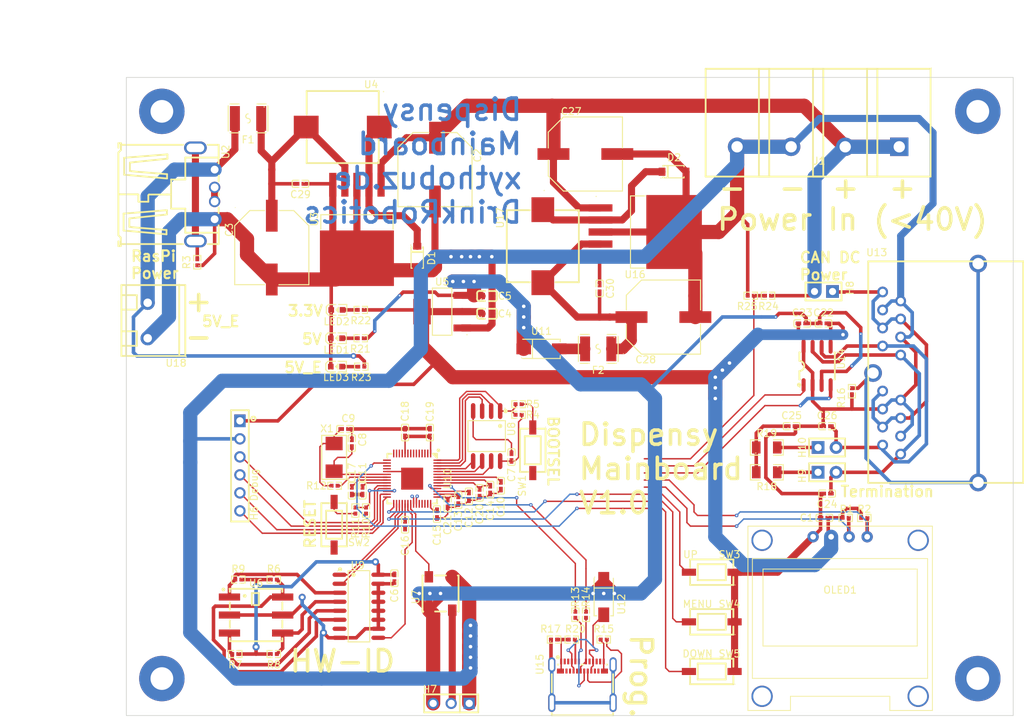
<source format=kicad_pcb>
(kicad_pcb (version 20221018) (generator pcbnew)
  (title_block (title "Dispensy Mainboard") (date "2024-02-02") (rev "0") (company "DrinkRobotics") (comment 1 "https://git.xythobuz.de/thomas/Dispensy") (comment 2 "Licensed under the CERN-OHL-S-2.0+") (comment 3 "PCB Thickness: 1mm") (comment 4 "Copyright (c) 2023 - 2024 Thomas Buck <thomas@xythobuz.de>"))
  (layers (0 "F.Cu" signal) (31 "B.Cu" signal) (34 "B.Paste" user) (35 "F.Paste" user) (36 "B.SilkS" user "B.Silkscreen") (37 "F.SilkS" user "F.Silkscreen") (38 "B.Mask" user) (39 "F.Mask" user) (44 "Edge.Cuts" user))
  (net 0 "")
  (net 1 "GND")
  (net 2 "+3.3V")
  (net 3 "+VDC")
  (net 4 "/EXT_PSU/Vout")
  (net 5 "+5V")
  (net 6 "Net-(U10-XIN)")
  (net 7 "Net-(X1-OSC2)")
  (net 8 "+1V1")
  (net 9 "Net-(U14-CANH)")
  (net 10 "Net-(C25-Pad1)")
  (net 11 "Net-(U14-CANL)")
  (net 12 "/PI/PI_PSU/Vout")
  (net 13 "Net-(U3-OUT)")
  (net 14 "Net-(U16-OUT)")
  (net 15 "/PI/ADC0")
  (net 16 "/PI/ADC1")
  (net 17 "/PI/ADC2")
  (net 18 "/PI/ADC3")
  (net 19 "/PI/IO0")
  (net 20 "/PI/IO1")
  (net 21 "/PI/IO2")
  (net 22 "/PI/IO3")
  (net 23 "/PI/IO4")
  (net 24 "/PI/IO5")
  (net 25 "/PI/IO6")
  (net 26 "/PI/IO7")
  (net 27 "/PI/IO8")
  (net 28 "/PI/IO9")
  (net 29 "/PI/IO10")
  (net 30 "/PI/IO11")
  (net 31 "/PI/IO12")
  (net 32 "/PI/IO13")
  (net 33 "/PI/IO14")
  (net 34 "/PI/IO15")
  (net 35 "/PI/Debug_Clock")
  (net 36 "/PI/Debug_Data")
  (net 37 "/PI/Debug_Tx")
  (net 38 "/PI/Debug_Rx")
  (net 39 "Net-(U7-DO)")
  (net 40 "Net-(H8-Pad1)")
  (net 41 "Net-(H9-Pad1)")
  (net 42 "Net-(H10-Pad1)")
  (net 43 "/PI/I2C_SCL")
  (net 44 "/PI/I2C_SDA")
  (net 45 "Net-(U2-SH1)")
  (net 46 "/PI/SPI_FLASH.SS")
  (net 47 "Net-(R5-Pad1)")
  (net 48 "Net-(U9-D7)")
  (net 49 "Net-(U9-D6)")
  (net 50 "Net-(U9-D5)")
  (net 51 "Net-(U9-D4)")
  (net 52 "Net-(U10-RUN)")
  (net 53 "Net-(R11-Pad2)")
  (net 54 "Net-(U10-XOUT)")
  (net 55 "/PI/USBC.DP")
  (net 56 "Net-(U10-USB_DP)")
  (net 57 "/PI/USBC.DM")
  (net 58 "Net-(U10-USB_DM)")
  (net 59 "Net-(U15-CC2)")
  (net 60 "Net-(R16-Pad1)")
  (net 61 "/PI/USBC.SHIELD")
  (net 62 "Net-(U15-CC1)")
  (net 63 "Net-(U2-D+)")
  (net 64 "/PI/LED_Din")
  (net 65 "/PI/SPI_FLASH.SD1")
  (net 66 "/PI/SPI_FLASH.SD2")
  (net 67 "/PI/SPI_FLASH.SD0")
  (net 68 "/PI/SPI_FLASH.SCLK")
  (net 69 "/PI/SPI_FLASH.SD3")
  (net 70 "/PI/SR_Load")
  (net 71 "/PI/SR_Clock")
  (net 73 "/PI/SR_Data")
  (net 74 "Net-(U10-GPIO24)")
  (net 75 "Net-(U10-GPIO25)")
  (net 76 "/PI/USBC.VBUS")
  (net 87 "Net-(U2-VCC)")
  (net 88 "Net-(U11-A)")
  (net 89 "Net-(LED1-+)")
  (net 90 "Net-(LED2-+)")
  (net 91 "Net-(LED3-+)")
  (footprint "jlc_footprints:HDR-TH_3P-P2.54-V-F" (layer "F.Cu") (at 139.275082 136 180)
    (fp_text reference "H7")
    (fp_text value "WS2812")
  )
  (footprint "jlc_footprints:C0402" (layer "F.Cu") (at 140.275082 107.34763 -90)
    (fp_text reference "C13")
    (fp_text value "1uF")
  )
  (footprint "jlc_footprints:LED0603-RD" (layer "F.Cu") (at 123.101981 88.506858)
    (fp_text reference "LED3")
    (fp_text value "FC-D1608HGK-572C")
  )
  (footprint "jlc_footprints:SW-SMD_L6.1-W3.6-LS6.6" (layer "F.Cu") (at 176 124.5 180)
    (fp_text reference "SW4")
    (fp_text value "MENU")
  )
  (footprint "jlc_footprints:R1206" (layer "F.Cu") (at 183.754966 99.907765)
    (fp_text reference "R19")
    (fp_text value "60R4")
  )
  (footprint "jlc_footprints:TO-263-5_L10.6-W9.6-P1.70-LS15.9-BR" (layer "F.Cu") (at 125.990456 68.034258 90)
    (fp_text reference "U3")
    (fp_text value "LM2576S-5_0_TR")
  )
  (footprint "jlc_footprints:R0402" (layer "F.Cu") (at 127.275082 108.802545 -90)
    (fp_text reference "R10")
    (fp_text value "10K")
  )
  (footprint "jlc_footprints:CAP-SMD_BD10.0-L10.3-W10.3-FD" (layer "F.Cu") (at 158.190482 58.51762)
    (fp_text reference "C27")
    (fp_text value "100uF")
  )
  (footprint "jlc_footprints:CONN-TH_4P-P7.62_L15.2-W31.7-EX4.2" (layer "F.Cu") (at 191 57.5 180)
    (fp_text reference "U1")
    (fp_text value "DBT50G-7_62-4P")
  )
  (footprint "jlc_footprints:R0402" (layer "F.Cu") (at 158.275082 123.5 -90)
    (fp_text reference "R14")
    (fp_text value "27R4")
  )
  (footprint "jlc_footprints:RJ45-TH_DS1129-05-S80BP-X" (layer "F.Cu") (at 206.140469 89.407765 90)
    (fp_text reference "U13")
    (fp_text value "CAN_IO")
  )
  (footprint "jlc_footprints:SOD-123_L2.8-W1.8-LS3.7-RD" (layer "F.Cu") (at 170.690482 61.01762)
    (fp_text reference "D2")
    (fp_text value "MBR340F")
  )
  (footprint "jlc_footprints:C0402" (layer "F.Cu") (at 188.754966 82.407765 180)
    (fp_text reference "C23")
    (fp_text value "47nF")
  )
  (footprint "jlc_footprints:SW-SMD_L6.1-W3.6-LS6.6" (layer "F.Cu") (at 176 117.5 180)
    (fp_text reference "SW3")
    (fp_text value "UP")
  )
  (footprint "jlc_footprints:F1812" (layer "F.Cu") (at 110.646558 53.5 180)
    (fp_text reference "F1")
    (fp_text value "ASMD1812-350-16V")
  )
  (footprint "jlc_footprints:C0402" (layer "F.Cu") (at 126.775082 106 -90)
    (fp_text reference "C11")
    (fp_text value "100nF")
  )
  (footprint "jlc_footprints:CAP-SMD_BD10.0-L10.3-W10.3-FD" (layer "F.Cu") (at 136.990456 60.717646 -90)
    (fp_text reference "C2")
    (fp_text value "100uF")
  )
  (footprint "jlc_footprints:R0402" (layer "F.Cu") (at 114.275082 118.53813)
    (fp_text reference "R6")
    (fp_text value "10K")
  )
  (footprint "jlc_footprints:C0402" (layer "F.Cu") (at 191.874904 109.82738 180)
    (fp_text reference "C1")
    (fp_text value "100nF")
  )
  (footprint "jlc_footprints:R0402" (layer "F.Cu") (at 156.775082 123.5 -90)
    (fp_text reference "R13")
    (fp_text value "27R4")
  )
  (footprint "jlc_footprints:C0402" (layer "F.Cu") (at 138.775082 107.802545 -90)
    (fp_text reference "C21")
    (fp_text value "100nF")
  )
  (footprint "jlc_footprints:C0402" (layer "F.Cu") (at 192.254966 96.907765)
    (fp_text reference "C26")
    (fp_text value "100pF")
  )
  (footprint "jlc_footprints:HDR-TH_6P-P2.54-V-F" (layer "F.Cu") (at 109.5 102.5 -90)
    (fp_text reference "H6")
    (fp_text value "Debug")
  )
  (footprint "jlc_footprints:C0402" (layer "F.Cu") (at 132.775082 110.802545 -90)
    (fp_text reference "C16")
    (fp_text value "100nF")
  )
  (footprint "jlc_footprints:R0402" (layer "F.Cu") (at 126.601981 88.506858 180)
    (fp_text reference "R23")
    (fp_text value "1K")
  )
  (footprint "jlc_footprints:SOT-223-4_L6.5-W3.5-P2.30-LS7.0-BR" (layer "F.Cu") (at 138 80.75)
    (fp_text reference "U5")
    (fp_text value "AMS1117-3_3_C347222")
  )
  (footprint "jlc_footprints:SOIC-8_L5.0-W4.0-P1.27-LS6.0-BL" (layer "F.Cu") (at 190.849962 88.407765)
    (fp_text reference "U14")
    (fp_text value "TJA1042T_3_1J")
  )
  (footprint "jlc_footprints:CONN-TH_XY300V-A-5.0-2P" (layer "F.Cu") (at 96.5 82 90)
    (fp_text reference "U18")
    (fp_text value "XY300V-A-5_0-2P")
  )
  (footprint "jlc_footprints:LED-SMD_4P-L5.0-W5.0-LS5.4-TL-1" (layer "F.Cu") (at 137.775082 120.5 90)
    (fp_text reference "U7")
    (fp_text value "WS2812E-V5")
  )
  (footprint "MountingHole:MountingHole_3.2mm_M3_Pad_TopBottom" (layer "F.Cu") (at 213.5 52.5)
    (fp_text reference "H12" hide)
    (fp_text value "MountingHole" hide)
  )
  (footprint "jlc_footprints:R0402" (layer "F.Cu") (at 103.490456 73.784829 90)
    (fp_text reference "R3")
    (fp_text value "1M")
  )
  (footprint "jlc_footprints:LED0603-RD" (layer "F.Cu") (at 123.169164 80.503429)
    (fp_text reference "LED2")
    (fp_text value "FC-D1608HGK-572C")
  )
  (footprint "jlc_footprints:C0402" (layer "F.Cu") (at 147.775082 101.25746 90)
    (fp_text reference "C7")
    (fp_text value "100nF")
  )
  (footprint "jlc_footprints:C0402" (layer "F.Cu") (at 124.320167 97.302545 180)
    (fp_text reference "C9")
    (fp_text value "27p")
  )
  (footprint "jlc_footprints:HDR-TH_2P-P2.54-V-M-1" (layer "F.Cu") (at 191.754966 77.907765 180)
    (fp_text reference "H8")
    (fp_text value "PWR")
  )
  (footprint "jlc_footprints:R0402" (layer "F.Cu") (at 194.874904 109.82738 180)
    (fp_text reference "R1")
    (fp_text value "10K")
  )
  (footprint "jlc_footprints:R0402" (layer "F.Cu") (at 156.275082 127 180)
    (fp_text reference "R20")
    (fp_text value "5K1")
  )
  (footprint "jlc_footprints:C0402" (layer "F.Cu") (at 132.775082 97.802545 90)
    (fp_text reference "C18")
    (fp_text value "100nF")
  )
  (footprint "jlc_footprints:USB-C-SMD_TYPE-C-USB-18" (layer "F.Cu") (at 157.775082 133)
    (fp_text reference "U15")
    (fp_text value "USB-C")
  )
  (footprint "jlc_footprints:C0402" (layer "F.Cu") (at 141.775082 106.802545 -90)
    (fp_text reference "C12")
    (fp_text value "1uF")
  )
  (footprint "jlc_footprints:OSC-SMD_2P-L5.0-W3.2" (layer "F.Cu") (at 122.775082 101.302545 90)
    (fp_text reference "X1")
    (fp_text value "12MHz")
  )
  (footprint "jlc_footprints:SW-SMD_L6.1-W3.6-LS6.6" (layer "F.Cu") (at 150.775082 100.302545 -90)
    (fp_text reference "SW1")
    (fp_text value "BOOTSEL")
  )
  (footprint "MountingHole:MountingHole_3.2mm_M3_Pad_TopBottom" (layer "F.Cu") (at 98.5 52.5)
    (fp_text reference "H11" hide)
    (fp_text value "MountingHole" hide)
  )
  (footprint "jlc_footprints:TO-263-5_L10.6-W9.6-P1.70-LS15.9-BR" (layer "F.Cu") (at 165.507094 69.51762 180)
    (fp_text reference "U16")
    (fp_text value "LM2576S-5_0_TR")
  )
  (footprint "jlc_footprints:R0402" (layer "F.Cu") (at 183.932817 78.5 180)
    (fp_text reference "R24")
    (fp_text value "147K")
  )
  (footprint "jlc_footprints:R0402" (layer "F.Cu") (at 125.775082 108.802545 -90)
    (fp_text reference "R11")
    (fp_text value "1K")
  )
  (footprint "jlc_footprints:R0402" (layer "F.Cu") (at 122.842265 105.302545)
    (fp_text reference "R12")
    (fp_text value "1K")
  )
  (footprint "jlc_footprints:SW-SMD_L6.1-W3.6-LS6.6" (layer "F.Cu") (at 122.775082 110.802545 -90)
    (fp_text reference "SW2")
    (fp_text value "RESET")
  )
  (footprint "jlc_footprints:R0402" (layer "F.Cu") (at 153.775082 127)
    (fp_text reference "R17")
    (fp_text value "1M")
  )
  (footprint "jlc_footprints:R0402" (layer "F.Cu") (at 148.775082 95.302545 180)
    (fp_text reference "R4")
    (fp_text value "10K")
  )
  (footprint "jlc_footprints:R0402" (layer "F.Cu") (at 160.775082 127 180)
    (fp_text reference "R15")
    (fp_text value "5K1")
  )
  (footprint "jlc_footprints:C0402" (layer "F.Cu") (at 143.275082 106.302545 -90)
    (fp_text reference "C20")
    (fp_text value "100nF")
  )
  (footprint "jlc_footprints:SOIC-8_L5.3-W5.3-P1.27-LS8.0-BL" (layer "F.Cu") (at 144.275082 98.302545 180)
    (fp_text reference "U8")
    (fp_text value "W25Q128JVSIQ")
  )
  (footprint "jlc_footprints:C0402" (layer "F.Cu") (at 192.254966 106.407765 180)
    (fp_text reference "C24")
    (fp_text value "100pF")
  )
  (footprint "jlc_footprints:R0402" (layer "F.Cu") (at 126.534798 80.503429 180)
    (fp_text reference "R22")
    (fp_text value "1K")
  )
  (footprint "jlc_footprints:LED0603-RD" (layer "F.Cu") (at 123.101981 84.503429)
    (fp_text reference "LED1")
    (fp_text value "FC-D1608HGK-572C")
  )
  (footprint "jlc_footprints:SMA_L4.4-W2.8-LS5.4-R-RD" (layer "F.Cu") (at 152 86)
    (fp_text reference "U11")
    (fp_text value "SS54_C22452")
  )
  (footprint "jlc_footprints:F1812" (layer "F.Cu") (at 160 86 180)
    (fp_text reference "F2")
    (fp_text value "ASMD1812-350-16V")
  )
  (footprint "MountingHole:MountingHole_3.2mm_M3_Pad_TopBottom" (layer "F.Cu") (at 213.5 132.5)
    (fp_text reference "H14" hide)
    (fp_text value "MountingHole" hide)
  )
  (footprint "jlc_footprints:CAP-SMD_BD10.0-L10.3-W10.3-LS11.3-FD" (layer "F.Cu") (at 113.990456 71.717646 -90)
    (fp_text reference "C3")
    (fp_text value "1000uF")
  )
  (footprint "jlc_footprints:CAP-SMD_BD10.0-L10.3-W10.3-LS11.3-FD" (layer "F.Cu") (at 169.190482 81.51762)
    (fp_text reference "C28")
    (fp_text value "1000uF")
  )
  (footprint "jlc_footprints:C0402" (layer "F.Cu") (at 146.275082 105.302545 -90)
    (fp_text reference "C10")
    (fp_text value "100nF")
  )
  (footprint "jlc_footprints:C0603" (layer "F.Cu") (at 144.3349 78.549975)
    (fp_text reference "C5")
    (fp_text value "10uF")
  )
  (footprint "jlc_footprints:C0402" (layer "F.Cu") (at 136.275082 97.802545 90)
    (fp_text reference "C19")
    (fp_text value "100nF")
  )
  (footprint "jlc_footprints:R0402" (layer "F.Cu") (at 181.5 78.5 180)
    (fp_text reference "R25")
    (fp_text value "10K")
  )
  (footprint "jlc_footprints:C0402" (layer "F.Cu") (at 137.275082 109.302545 -90)
    (fp_text reference "C15")
    (fp_text value "100nF")
  )
  (footprint "jlc_footprints:R0402" (layer "F.Cu") (at 195.754966 91.974948 -90)
    (fp_text reference "R16")
    (fp_text value "1M")
  )
  (footprint "jlc_footprints:SMA_L4.4-W2.8-LS5.4-R-RD" (layer "F.Cu") (at 160.775082 121 -90)
    (fp_text reference "U12")
    (fp_text value "SS54_C22452")
  )
  (footprint "jlc_footprints:R0402" (layer "F.Cu") (at 148.775082 93.802545 180)
    (fp_text reference "R5")
    (fp_text value "1K")
  )
  (footprint "jlc_footprints:SW-SMD_SM_SKCR-16S" (layer "F.Cu") (at 111.775082 123.53813 90)
    (fp_text reference "U6")
    (fp_text value "SKCR-16S")
  )
  (footprint "jlc_footprints:C0603" (layer "F.Cu") (at 144.3349 81.049975)
    (fp_text reference "C4")
    (fp_text value "10uF")
  )
  (footprint "jlc_footprints:C0402" (layer "F.Cu") (at 187.254966 96.907765)
    (fp_text reference "C25")
    (fp_text value "4.7nF")
  )
  (footprint "jlc_footprints:C0402" (layer "F.Cu") (at 144.775082 105.84763 -90)
    (fp_text reference "C14")
    (fp_text value "100nF")
  )
  (footprint "jlc_footprints:R1206" (layer "F.Cu") (at 183.754966 103.407765 180)
    (fp_text reference "R18")
    (fp_text value "60R4")
  )
  (footprint "jlc_footprints:USB-A-TH_USB-302-T" (layer "F.Cu") (at 104.581769 64.217646 -90)
    (fp_text reference "U2")
    (fp_text value "USB-A")
  )
  (footprint "jlc_footprints:C0402" (layer "F.Cu") (at 131.275082 118.34763 90)
    (fp_text reference "C6")
    (fp_text value "100nF")
  )
  (footprint "jlc_footprints:SOIC-16_L9.9-W3.9-P1.27-LS6.0-BL" (layer "F.Cu") (at 126.275082 122.302545 -90)
    (fp_text reference "U9")
    (fp_text value "74HC165D,653")
  )
  (footprint "jlc_footprints:R0402" (layer "F.Cu") (at 197.5 109.845 180)
    (fp_text reference "R2")
    (fp_text value "10K")
  )
  (footprint "MountingHole:MountingHole_3.2mm_M3_Pad_TopBottom" (layer "F.Cu") (at 98.5 132.5)
    (fp_text reference "H13" hide)
    (fp_text value "MountingHole" hide)
  )
  (footprint "jlc_footprints:SOD-123_L2.8-W1.8-LS3.7-RD" (layer "F.Cu") (at 134.490456 73.217646 -90)
    (fp_text reference "D1")
    (fp_text value "MBR340F")
  )
  (footprint "jlc_footprints:SW-SMD_L6.1-W3.6-LS6.6" (layer "F.Cu") (at 176 131.5 180)
    (fp_text reference "SW5")
    (fp_text value "DOWN")
  )
  (footprint "jlc_footprints:IND-SMD_L11.5-W10.0_YSPI1050" (layer "F.Cu") (at 152.190482 71.51762 -90)
    (fp_text reference "U17")
    (fp_text value "100uH")
  )
  (footprint "jlc_footprints:LQFN-56_L7.0-W7.0-P0.4-EP" (layer "F.Cu") (at 133.774955 104.302545 -90)
    (fp_text reference "U10")
    (fp_text value "RP2040")
  )
  (footprint "jlc_footprints:IND-SMD_L11.5-W10.0_YSPI1050" (layer "F.Cu") (at 123.990456 54.717646 180)
    (fp_text reference "U4")
    (fp_text value "100uH")
  )
  (footprint "jlc_footprints:R0402" (layer "F.Cu") (at 114.275082 129.03813)
    (fp_text reference "R8")
    (fp_text value "10K")
  )
  (footprint "jlc_footprints:R0402" (layer "F.Cu") (at 126.534798 84.503429 180)
    (fp_text reference "R21")
    (fp_text value "1K")
  )
  (footprint "jlc_footprints:C0402" (layer "F.Cu") (at 125.275082 99.302545 -90)
    (fp_text reference "C8")
    (fp_text value "27p")
  )
  (footprint "jlc_footprints:C0402" (layer "F.Cu") (at 118.035541 62.717646 180)
    (fp_text reference "C29")
    (fp_text value "100nF")
  )
  (footprint "jlc_footprints:R0402" (layer "F.Cu") (at 109.275082 118.53813 180)
    (fp_text reference "R9")
    (fp_text value "10K")
  )
  (footprint "extern:SSD1306_0.96_Oled" (layer "F.Cu") (at 181.095 137)
    (fp_text reference "OLED1")
    (fp_text value "SSD1306")
  )
  (footprint "jlc_footprints:C0402" (layer "F.Cu") (at 191.754966 82.407765)
    (fp_text reference "C22")
    (fp_text value "100nF")
  )
  (footprint "jlc_footprints:C0402" (layer "F.Cu") (at 125.275082 106 -90)
    (fp_text reference "C17")
    (fp_text value "100nF")
  )
  (footprint "jlc_footprints:HDR-TH_2P-P2.54-V-M-1" (layer "F.Cu") (at 192.254966 99.907765)
    (fp_text reference "H10")
    (fp_text value "T_CL")
  )
  (footprint "jlc_footprints:R0402" (layer "F.Cu") (at 108.842265 129.03813 180)
    (fp_text reference "R7")
    (fp_text value "10K")
  )
  (footprint "jlc_footprints:HDR-TH_2P-P2.54-V-M-1" (layer "F.Cu") (at 192.254966 103.407765)
    (fp_text reference "H9")
    (fp_text value "T_CH")
  )
  (footprint "jlc_footprints:C0402" (layer "F.Cu") (at 160.190482 77.472535 -90)
    (fp_text reference "C30")
    (fp_text value "100nF")
  )
  (gr_rect (start 93.490456 47.717646) (end 218.490456 137.717646) (stroke (width 0.1)) (fill none) (layer "Edge.Cuts"))
  (gr_text "Dispensy\nMainboard\nxythobuz.de\nDrinkRobotics" (at 149.5 68.5) (layer "B.Cu") (effects (font (size 3 3) (thickness 0.5) bold) (justify left bottom mirror)))
  (gr_text "BOOTSEL" (at 152.775082 95.302545 -90) (layer "F.SilkS") (effects (font (size 1.5 1.5) (thickness 0.3) bold) (justify left bottom)))
  (gr_text "Power In (<40V)" (at 176.5 69.5) (layer "F.SilkS") (effects (font (size 3 3) (thickness 0.5) bold) (justify left bottom)))
  (gr_text "-" (at 176.689992 65) (layer "F.SilkS") (effects (font (size 3 3) (thickness 0.5) bold) (justify left bottom)))
  (gr_text "Termination" (at 194 107) (layer "F.SilkS") (effects (font (size 1.5 1.5) (thickness 0.3) bold) (justify left bottom)))
  (gr_text "+" (at 192.689992 65) (layer "F.SilkS") (effects (font (size 3 3) (thickness 0.5) bold) (justify left bottom)))
  (gr_text "Dispensy\nMainboard\nV1.0" (at 157 109.5) (layer "F.SilkS") (effects (font (size 3 3) (thickness 0.5) bold) (justify left bottom)))
  (gr_text "RasPi\nPower" (at 93.990456 76.217646) (layer "F.SilkS") (effects (font (size 1.5 1.5) (thickness 0.3) bold) (justify left bottom)))
  (gr_text "-" (at 101.5 86) (layer "F.SilkS") (effects (font (size 3 3) (thickness 0.5) bold) (justify left bottom)))
  (gr_text "HW-ID" (at 116.275082 131.802545) (layer "F.SilkS") (effects (font (size 3 3) (thickness 0.5) bold) (justify left bottom)))
  (gr_text "Prog." (at 164.275082 126 -90) (layer "F.SilkS") (effects (font (size 3 3) (thickness 0.5) bold) (justify left bottom)))
  (gr_text "+" (at 200.689992 65) (layer "F.SilkS") (effects (font (size 3 3) (thickness 0.5) bold) (justify left bottom)))
  (gr_text "RESET" (at 120.275082 114.302545 90) (layer "F.SilkS") (effects (font (size 1.5 1.5) (thickness 0.3) bold) (justify left bottom)))
  (gr_text "5V_E" (at 104 83) (layer "F.SilkS") (effects (font (size 1.5 1.5) (thickness 0.3) bold) (justify left bottom)))
  (gr_text "CAN DC\nPower" (at 188.254966 76.407765) (layer "F.SilkS") (effects (font (size 1.5 1.5) (thickness 0.3) bold) (justify left bottom)))
  (gr_text "3.3V" (at 116.101981 81.503429) (layer "F.SilkS") (effects (font (size 1.5 1.5) (thickness 0.3) bold) (justify left bottom)))
  (gr_text "5V" (at 118.101981 85.503429) (layer "F.SilkS") (effects (font (size 1.5 1.5) (thickness 0.3) bold) (justify left bottom)))
  (gr_text "+" (at 101.5 81) (layer "F.SilkS") (effects (font (size 3 3) (thickness 0.5) bold) (justify left bottom)))
  (gr_text "5V_E" (at 115.601981 89.503429) (layer "F.SilkS") (effects (font (size 1.5 1.5) (thickness 0.3) bold) (justify left bottom)))
  (gr_text "-" (at 185.189992 65) (layer "F.SilkS") (effects (font (size 3 3) (thickness 0.5) bold) (justify left bottom)))
  (segment (start 134.490456 74.910051) (end 127.682861 74.910051) (width 2) (layer "F.Cu") (net 1))
  (segment (start 139.820167 108.34763) (end 140.275082 107.892715) (width 0.2) (layer "F.Cu") (net 1))
  (segment (start 107.717773 67.717773) (end 110.5 70.5) (width 2) (layer "F.Cu") (net 1))
  (segment (start 129.010667 122.937546) (end 129.010667 121.667544) (width 0.5) (layer "F.Cu") (net 1))
  (segment (start 145.034925 78.549975) (end 145.034925 73.034925) (width 1) (layer "F.Cu") (net 1))
  (segment (start 143.275082 106.84763) (end 144.320167 106.84763) (width 0.2) (layer "F.Cu") (net 1))
  (segment (start 125.990456 62.85087) (end 125.990456 73.217646) (width 1) (layer "F.Cu") (net 1))
  (segment (start 154.207899 127) (end 154.775082 127) (width 0.5) (layer "F.Cu") (net 1))
  (segment (start 160.775082 127.570002) (end 160.342265 127.137185) (width 0.2) (layer "F.Cu") (net 1))
  (segment (start 191.709881 96.907765) (end 191.709881 94.532733) (width 0.5) (layer "F.Cu") (net 1))
  (segment (start 136.990456 74.509544) (end 136.589949 74.910051) (width 2) (layer "F.Cu") (net 1))
  (segment (start 118.275082 121.03813) (end 118.275082 122.03813) (width 0.5) (layer "F.Cu") (net 1))
  (segment (start 172.382887 67.825215) (end 170.690482 69.51762) (width 1) (layer "F.Cu") (net 1))
  (segment (start 181.067183 68.427229) (end 179.569977 66.930023) (width 0.5) (layer "F.Cu") (net 1))
  (segment (start 105.936735 67.717773) (end 107.717773 67.717773) (width 2) (layer "F.Cu") (net 1))
  (segment (start 110.5 72.727063) (end 113.990456 76.217519) (width 2) (layer "F.Cu") (net 1))
  (segment (start 147.275082 98.802545) (end 147.775082 99.302545) (width 0.2) (layer "F.Cu") (net 1))
  (segment (start 142.775082 107.34763) (end 143.275082 106.84763) (width 0.2) (layer "F.Cu") (net 1))
  (segment (start 187.625096 98.01762) (end 187.800051 97.842665) (width 0.5) (layer "F.Cu") (net 1))
  (segment (start 184.125096 98.01762) (end 187.625096 98.01762) (width 0.5) (layer "F.Cu") (net 1))
  (segment (start 179.569977 66.930023) (end 176.98238 69.51762) (width 2) (layer "F.Cu") (net 1))
  (segment (start 136.990456 73.009544) (end 136.990456 65.217519) (width 1) (layer "F.Cu") (net 1))
  (segment (start 142.775082 98.802545) (end 147.275082 98.802545) (width 0.2) (layer "F.Cu") (net 1))
  (segment (start 136.589949 74.910051) (end 134.490456 74.910051) (width 2) (layer "F.Cu") (net 1))
  (segment (start 202.625458 93.217646) (end 204.754966 91.088138) (width 0.5) (layer "F.Cu") (net 1))
  (segment (start 122.990583 76.217519) (end 125.990456 73.217646) (width 1) (layer "F.Cu") (net 1))
  (segment (start 124.865252 97.302545) (end 125.275082 97.712375) (width 0.2) (layer "F.Cu") (net 1))
  (segment (start 190.214961 93.36776) (end 191.334849 94.487648) (width 0.5) (layer "F.Cu") (net 1))
  (segment (start 142 129.5) (end 141.815087 129.315087) (width 2) (layer "F.Cu") (net 1))
  (segment (start 142 131) (end 141.815087 130.815087) (width 2) (layer "F.Cu") (net 1))
  (segment (start 167.290431 72.917671) (end 170.690482 69.51762) (width 1) (layer "F.Cu") (net 1))
  (segment (start 129.010667 124.207549) (end 129.010667 122.937546) (width 0.5) (layer "F.Cu") (net 1))
  (segment (start 154.775082 130.090043) (end 154.775082 131.33998) (width 0.2) (layer "F.Cu") (net 1))
  (segment (start 183.625096 98.51762) (end 184.125096 98.01762) (width 0.5) (layer "F.Cu") (net 1))
  (segment (start 160.775082 131.33998) (end 160.875158 131.440056) (width 0.2) (layer "F.Cu") (net 1))
  (segment (start 172.382887 61.01762) (end 172.382887 67.825215) (width 1) (layer "F.Cu") (net 1))
  (segment (start 160.342265 127.137185) (end 160.342265 127) (width 0.2) (layer "F.Cu") (net 1))
  (segment (start 141.815087 128.184913) (end 142 128) (width 2) (layer "F.Cu") (net 1))
  (segment (start 122.302514 84.506858) (end 122.302514 88.510287) (width 0.5) (layer "F.Cu") (net 1))
  (segment (start 185.87949 106.407765) (end 183.625096 104.153371) (width 0.5) (layer "F.Cu") (net 1))
  (segment (start 103.490456 74.217646) (end 104.260458 74.217646) (width 0.5) (layer "F.Cu") (net 1))
  (segment (start 145.034925 73.034925) (end 145 73) (width 1) (layer "F.Cu") (net 1))
  (segment (start 131.040258 119.127539) (end 131.275082 118.892715) (width 0.5) (layer "F.Cu") (net 1))
  (segment (start 181.067183 78.5) (end 181.067183 68.427229) (width 0.5) (layer "F.Cu") (net 1))
  (segment (start 136.990456 73.009544) (end 139.240456 73.009544) (width 2) (layer "F.Cu") (net 1))
  (segment (start 145.729997 106.392715) (end 146.275082 105.84763) (width 0.2) (layer "F.Cu") (net 1))
  (segment (start 142 126.5) (end 141.815087 126.315087) (width 2) (layer "F.Cu") (net 1))
  (segment (start 137.275082 109.84763) (end 138.229997 109.84763) (width 0.2) (layer "F.Cu") (net 1))
  (segment (start 144.320167 106.84763) (end 144.775082 106.392715) (width 0.2) (layer "F.Cu") (net 1))
  (segment (start 145.034925 78.549975) (end 145.034925 81.049975) (width 1) (layer "F.Cu") (net 1))
  (segment (start 154.775082 127) (end 155.842265 127) (width 0.5) (layer "F.Cu") (net 1))
  (segment (start 138.775082 108.34763) (end 139.820167 108.34763) (width 0.2) (layer "F.Cu") (net 1))
  (segment (start 127.682861 74.910051) (end 125.990456 73.217646) (width 1) (layer "F.Cu") (net 1))
  (segment (start 195.754966 92.407765) (end 195.754966 94.487648) (width 0.5) (layer "F.Cu") (net 1))
  (segment (start 141.815087 130.815087) (end 141.815087 129.684913) (width 2) (layer "F.Cu") (net 1))
  (segment (start 138.775082 109.302545) (end 138.775082 108.34763) (width 0.2) (layer "F.Cu") (net 1))
  (segment (start 162.690355 58.51762) (end 169.882887 58.51762) (width 1) (layer "F.Cu") (net 1))
  (segment (start 130.224917 103.302545) (end 132.775082 103.302545) (width 0.2) (layer "F.Cu") (net 1))
  (segment (start 129.010667 125.477551) (end 129.010667 124.207549) (width 0.5) (layer "F.Cu") (net 1))
  (segment (start 125.890652 126.747554) (end 123.539497 126.747554) (width 0.5) (layer "F.Cu") (net 1))
  (segment (start 110.5 70.5) (end 110.5 72.727063) (width 2) (layer "F.Cu") (net 1))
  (segment (start 154.775082 130.090043) (end 154.775082 127) (width 0.2) (layer "F.Cu") (net 1))
  (segment (start 191.329819 109.82738) (end 191.329819 106.787827) (width 0.5) (layer "F.Cu") (net 1))
  (segment (start 145.034925 82.499975) (end 145.034925 81.049975) (width 1) (layer "F.Cu") (net 1))
  (segment (start 138.229997 109.84763) (end 138.775082 109.302545) (width 0.2) (layer "F.Cu") (net 1))
  (segment (start 187.189992 57.5) (end 179.569977 57.5) (width 2) (layer "F.Cu") (net 1))
  (segment (start 160.323706 69.51762) (end 170.690482 69.51762) (width 1) (layer "F.Cu") (net 1))
  (segment (start 142 128) (end 141.815087 127.815087) (width 2) (layer "F.Cu") (net 1))
  (segment (start 188.944958 84.097757) (end 188.209881 83.36268) (width 0.5) (layer "F.Cu") (net 1))
  (segment (start 118.275082 122.03813) (end 116.775082 123.53813) (width 0.5) (layer "F.Cu") (net 1))
  (segment (start 122.590405 62.85087) (end 122.590405 69.817595) (width 1) (layer "F.Cu") (net 1))
  (segment (start 142.370078 98.397541) (end 142.775082 98.802545) (width 0.2) (layer "F.Cu") (net 1))
  (segment (start 173.690355 72.517493) (end 170.690482 69.51762) (width 1) (layer "F.Cu") (net 1))
  (segment (start 190.214961 89.36776) (end 188.944958 88.097757) (width 0.5) (layer "F.Cu") (net 1))
  (segment (start 187.800051 97.842665) (end 187.800051 96.907765) (width 0.5) (layer "F.Cu") (net 1))
  (segment (start 104.260458 74.217646) (end 105.936735 72.541369) (width 0.5) (layer "F.Cu") (net 1))
  (segment (start 147.775082 99.302545) (end 147.775082 100.712375) (width 0.2) (layer "F.Cu") (net 1))
  (segment (start 191.329819 109.82738) (end 191.329819 111.455181) (width 0.5) (layer "F.Cu") (net 1))
  (segment (start 141.815087 131.184913) (end 142 131) (width 2) (layer "F.Cu") (net 1))
  (segment (start 126.775082 106.545085) (end 125.275082 106.545085) (width 0.5) (layer "F.Cu") (net 1))
  (segment (start 136.990456 73.009544) (end 136.990456 74.509544) (width 2) (layer "F.Cu") (net 1))
  (segment (start 154.775082 131.33998) (end 154.675006 131.440056) (width 0.2) (layer "F.Cu") (net 1))
  (segment (start 160.775082 130.090043) (end 160.775082 131.33998) (width 0.2) (layer "F.Cu") (net 1))
  (segment (start 129.010667 125.477551) (end 127.160655 125.477551) (width 0.5) (layer "F.Cu") (net 1))
  (segment (start 183.625096 104.153371) (end 183.625096 98.51762) (width 0.5) (layer "F.Cu") (net 1))
  (segment (start 141.815087 125.184913) (end 142 125) (width 2) (layer "F.Cu") (net 1))
  (segment (start 185.285 117.5) (end 179.217424 117.5) (width 1) (layer "F.Cu") (net 1))
  (segment (start 141.815087 127.815087) (end 141.815087 126.684913) (width 2) (layer "F.Cu") (net 1))
  (segment (start 141.815087 126.684913) (end 142 126.5) (width 2) (layer "F.Cu") (net 1))
  (segment (start 160.775082 130.090043) (end 160.775082 127.570002) (width 0.2) (layer "F.Cu") (net 1))
  (segment (start 113.990456 76.217519) (end 122.990583 76.217519) (width 2) (layer "F.Cu") (net 1))
  (segment (start 141.815087 136) (end 141.815087 131.184913) (width 2) (layer "F.Cu") (net 1))
  (segment (start 129.010667 119.127539) (end 129.010667 120.397541) (width 0.5) (layer "F.Cu") (net 1))
  (segment (start 129.010667 119.127539) (end 131.040258 119.127539) (width 0.5) (layer "F.Cu") (net 1))
  (segment (start 204.754966 86.457136) (end 202.625458 84.327628) (width 0.5) (layer "F.Cu") (net 1))
  (segment (start 141.815087 129.684913) (end 142 129.5) (width 2) (layer "F.Cu") (net 1))
  (segment (start 141.775082 107.34763) (end 142.775082 107.34763) (width 0.2) (layer "F.Cu") (net 1))
  (segment (start 144.484925 83.049975) (end 145.034925 82.499975) (width 1) (layer "F.Cu") (net 1))
  (segment (start 176.98238 69.51762) (end 170.690482 69.51762) (width 2) (layer "F.Cu") (net 1))
  (segment (start 188.944958 88.097757) (end 188.944958 85.70266) (width 0.5) (layer "F.Cu") (net 1))
  (segment (start 191.709881 106.407765) (end 185.87949 106.407765) (width 0.5) (layer "F.Cu") (net 1))
  (segment (start 122.590405 69.817595) (end 125.990456 73.217646) (width 1) (layer "F.Cu") (net 1))
  (segment (start 121.984506 126.747554) (end 121.275082 126.03813) (width 0.5) (layer "F.Cu") (net 1))
  (segment (start 179.569977 57.5) (end 179.569977 66.930023) (width 2) (layer "F.Cu") (net 1))
  (segment (start 191.329819 111.455181) (end 190.285 112.5) (width 0.5) (layer "F.Cu") (net 1))
  (segment (start 173.690355 81.51762) (end 173.690355 78.5) (width 2) (layer "F.Cu") (net 1))
  (segment (start 141.815087 129.315087) (end 141.815087 128.184913) (width 2) (layer "F.Cu") (net 1))
  (segment (start 122.369697 80.506858) (end 122.369697 84.439675) (width 0.5) (layer "F.Cu") (net 1))
  (segment (start 191.754966 94.487648) (end 195.754966 94.487648) (width 0.5) (layer "F.Cu") (net 1))
  (segment (start 204.754966 91.088138) (end 204.754966 86.457136) (width 0.5) (layer "F.Cu") (net 1))
  (segment (start 179.217424 124.5) (end 179.217424 131.5) (width 1) (layer "F.Cu") (net 1))
  (segment (start 124.865252 97.302545) (end 132.729997 97.302545) (width 0.5) (layer "F.Cu") (net 1))
  (segment (start 118.580626 62.717646) (end 122.457181 62.717646) (width 0.5) (layer "F.Cu") (net 1))
  (segment (start 142.370078 94.772446) (end 142.370078 98.397541) (width 0.2) (layer "F.Cu") (net 1))
  (segment (start 188.209881 82.407765) (end 188.209881 83.36268) (width 0.5) (layer "F.Cu") (net 1))
  (segment (start 116.775082 123.53813) (end 115.525146 123.53813) (width 0.5) (layer "F.Cu") (net 1))
  (segment (start 141.815087 120.539878) (end 139.425196 118.149987) (width 2) (layer "F.Cu") (net 1))
  (segment (start 160.190482 73.050895) (end 160.323706 72.917671) (width 0.5) (layer "F.Cu") (net 1))
  (segment (start 132.729997 97.302545) (end 132.775082 97.25746) (width 0.5) (layer "F.Cu") (net 1))
  (segment (start 132.775082 97.25746) (end 136.275082 97.25746) (width 0.5) (layer "F.Cu") (net 1))
  (segment (start 160.323706 72.917671) (end 167.290431 72.917671) (width 1) (layer "F.Cu") (net 1))
  (segment (start 188.944958 85.70266) (end 188.944958 84.097757) (width 0.5) (layer "F.Cu") (net 1))
  (segment (start 142 125) (end 141.815087 124.815087) (width 2) (layer "F.Cu") (net 1))
  (segment (start 132.775082 103.302545) (end 133.775082 104.302545) (width 0.2) (layer "F.Cu") (net 1))
  (segment (start 125.275082 97.712375) (end 125.275082 98.75746) (width 0.2) (layer "F.Cu") (net 1))
  (segment (start 122.369697 84.439675) (end 122.302514 84.506858) (width 0.5) (layer "F.Cu") (net 1))
  (segment (start 139.25 73) (end 145 73) (width 2) (layer "F.Cu") (net 1))
  (segment (start 173.690355 78.5) (end 173.690355 72.517493) (width 2) (layer "F.Cu") (net 1))
  (segment (start 108.025018 123.53813) (end 115.525146 123.53813) (width 0.5) (layer "F.Cu") (net 1))
  (segment (start 123.539497 126.747554) (end 121.984506 126.747554) (width 0.5) (layer "F.Cu") (net 1))
  (segment (start 122.369697 80.506858) (end 122.369697 76.838405) (width 0.5) (layer "F.Cu") (net 1))
  (segment (start 195.754966 94.487648) (end 200.085452 94.487648) (width 0.5) (layer "F.Cu") (net 1))
  (segment (start 191.329819 106.787827) (end 191.709881 106.407765) (width 0.5) (layer "F.Cu") (net 1))
  (segment (start 169.882887 58.51762) (end 172.382887 61.01762) (width 1) (layer "F.Cu") (net 1))
  (segment (start 191.334849 94.487648) (end 191.754966 94.487648) (width 0.5) (layer "F.Cu") (net 1))
  (segment (start 140.8349 83.049975) (end 144.484925 83.049975) (width 1) (layer "F.Cu") (net 1))
  (segment (start 139.240456 73.009544) (end 139.25 73) (width 1) (layer "F.Cu") (net 1))
  (segment (start 127.160655 125.477551) (end 125.890652 126.747554) (width 0.5) (layer "F.Cu") (net 1))
  (segment (start 179.217424 117.5) (end 179.217424 124.5) (width 1) (layer "F.Cu") (net 1))
  (segment (start 160.190482 76.92745) (end 160.190482 73.050895) (width 0.5) (layer "F.Cu") (net 1))
  (segment (start 191.709881 96.907765) (end 187.800051 96.907765) (width 0.5) (layer "F.Cu") (net 1))
  (segment (start 122.457181 62.717646) (end 122.590405 62.85087) (width 0.5) (layer "F.Cu") (net 1))
  (segment (start 122.369697 76.838405) (end 125.990456 73.217646) (width 0.5) (layer "F.Cu") (net 1))
  (segment (start 141.229997 107.892715) (end 141.775082 107.34763) (width 0.2) (layer "F.Cu") (net 1))
  (segment (start 144.775082 106.392715) (end 145.729997 106.392715) (width 0.2) (layer "F.Cu") (net 1))
  (segment (start 141.815087 126.315087) (end 141.815087 125.184913) (width 2) (layer "F.Cu") (net 1))
  (segment (start 190.214961 91.11287) (end 190.214961 89.36776) (width 0.5) (layer "F.Cu") (net 1))
  (segment (start 141.815087 124.815087) (end 141.815087 120.539878) (width 2) (layer "F.Cu") (net 1))
  (segment (start 190.214961 91.11287) (end 190.214961 93.36776) (width 0.5) (layer "F.Cu") (net 1))
  (segment (start 190.285 112.5) (end 185.285 117.5) (width 1) (layer "F.Cu") (net 1))
  (segment (start 105.936735 72.541369) (end 105.936735 67.717773) (width 0.5) (layer "F.Cu") (net 1))
  (segment (start 191.709881 94.532733) (end 191.754966 94.487648) (width 0.5) (layer "F.Cu") (net 1))
  (segment (start 129.010667 121.667544) (end 129.010667 120.397541) (width 0.5) (layer "F.Cu") (net 1))
  (segment (start 140.275082 107.892715) (end 141.229997 107.892715) (width 0.2) (layer "F.Cu") (net 1))
  (via (at 140.75 73) (size 1) (drill 0.5) (layers "F.Cu" "B.Cu") (net 1))
  (via (at 142 125) (size 1) (drill 0.5) (layers "F.Cu" "B.Cu") (net 1))
  (via (at 142 131) (size 1) (drill 0.5) (layers "F.Cu" "B.Cu") (net 1))
  (via (at 121.275082 126.03813) (size 1) (drill 0.5) (layers "F.Cu" "B.Cu") (net 1))
  (via (at 142 128) (size 1) (drill 0.5) (layers "F.Cu" "B.Cu") (net 1))
  (via (at 142 73) (size 1) (drill 0.5) (layers "F.Cu" "B.Cu") (net 1))
  (via (at 139.25 73) (size 1) (drill 0.5) (layers "F.Cu" "B.Cu") (net 1))
  (via (at 145 73) (size 1) (drill 0.5) (layers "F.Cu" "B.Cu") (net 1))
  (via (at 118.275082 121.03813) (size 1) (drill 0.5) (layers "F.Cu" "B.Cu") (net 1))
  (via (at 142 126.5) (size 1) (drill 0.5) (layers "F.Cu" "B.Cu") (net 1))
  (via (at 142 129.5) (size 1) (drill 0.5) (layers "F.Cu" "B.Cu") (net 1))
  (via (at 143.25 73) (size 1) (drill 0.5) (layers "F.Cu" "B.Cu") (net 1))
  (segment (start 135 75) (end 135 86) (width 2) (layer "B.Cu") (net 1))
  (segment (start 204.254966 94.847154) (end 202.625458 93.217646) (width 0.5) (layer "B.Cu") (net 1))
  (segment (start 145 73) (end 166.588087 73) (width 2) (layer "B.Cu") (net 1))
  (segment (start 141 132.5) (end 142 131.5) (width 2) (layer "B.Cu") (net 1))
  (segment (start 207.189992 65.5) (end 202.625458 70.064534) (width 1) (layer "B.Cu") (net 1))
  (segment (start 201.355454 93.217646) (end 200.085452 94.487648) (width 0.5) (layer "B.Cu") (net 1))
  (segment (start 121.275082 126.03813) (end 121 126.313212) (width 0.5) (layer "B.Cu") (net 1))
  (segment (start 101.282227 67.717773) (end 99.5 69.5) (width 2) (layer "B.Cu") (net 1))
  (segment (start 143.5 73) (end 145 73) (width 2) (layer "B.Cu") (net 1))
  (segment (start 142 131) (end 142 125) (width 2) (layer "B.Cu") (net 1))
  (segment (start 118.275082 122.03813) (end 118.275082 121.03813) (width 0.5) (layer "B.Cu") (net 1))
  (segment (start 204.254966 96.668148) (end 204.254966 94.847154) (width 0.5) (layer "B.Cu") (net 1))
  (segment (start 121.275082 125.03813) (end 118.275082 122.03813) (width 0.5) (layer "B.Cu") (net 1))
  (segment (start 202.625458 93.217646) (end 201.355454 93.217646) (width 0.5) (layer "B.Cu") (net 1))
  (segment (start 121 132.5) (end 141 132.5) (width 2) (layer "B.Cu") (net 1))
  (segment (start 187.189992 57.5) (end 179.569977 57.5) (width 2) (layer "B.Cu") (net 1))
  (segment (start 187.189992 57.5) (end 191.189992 53.5) (width 1) (layer "B.Cu") (net 1))
  (segment (start 179.569977 60.01811) (end 179.569977 57.5) (width 2) (layer "B.Cu") (net 1))
  (segment (start 109.5 98.689992) (end 102.810008 98.689992) (width 0.5) (layer "B.Cu") (net 1))
  (segment (start 142 131.5) (end 142 131) (width 2) (layer "B.Cu") (net 1))
  (segment (start 202.625458 84.327628) (end 203.835103 84.327628) (width 0.5) (layer "B.Cu") (net 1))
  (segment (start 99.5 81.5) (end 96.5 84.5) (width 2) (layer "B.Cu") (net 1))
  (segment (start 139.25 73) (end 137 73) (width 2) (layer "B.Cu") (net 1))
  (segment (start 201.355454 79.247618) (end 200.085452 80.51762) (width 0.5) (layer "B.Cu") (net 1))
  (segment (start 205.189992 53.5) (end 207.189992 55.5) (width 1) (layer "B.Cu") (net 1))
  (segment (start 121.275082 126.03813) (end 121.275082 125.03813) (width 0.5) (layer "B.Cu") (net 1))
  (segment (start 102.5 102) (end 102.5 126) (width 2) (layer "B.Cu") (net 1))
  (segment (start 102.5 126) (end 109 132.5) (width 2) (layer "B.Cu") (net 1))
  (segment (start 204.254966 80.877126) (end 202.625458 79.247618) (width 0.5) (layer "B.Cu") (net 1))
  (segment (start 203.835103 84.327628) (end 204.254966 83.907765) (width 0.5) (layer "B.Cu") (net 1))
  (segment (start 143 73) (end 143.5 73) (width 2) (layer "B.Cu") (net 1))
  (segment (start 137 73) (end 135 75) (width 2) (layer "B.Cu") (net 1))
  (segment (start 202.625458 70.064534) (end 202.625458 79.247618) (width 1) (layer "B.Cu") (net 1))
  (segment (start 130.5 90.5) (end 107 90.5) (width 2) (layer "B.Cu") (net 1))
  (segment (start 135 86) (end 130.5 90.5) (width 2) (layer "B.Cu") (net 1))
  (segment (start 121 126.313212) (end 121 132.5) (width 0.5) (layer "B.Cu") (net 1))
  (segment (start 102.810008 98.689992) (end 102.5 99) (width 0.5) (layer "B.Cu") (net 1))
  (segment (start 102.5 95) (end 102.5 99) (width 2) (layer "B.Cu") (net 1))
  (segment (start 99.5 69.5) (end 99.5 81.5) (width 2) (layer "B.Cu") (net 1))
  (segment (start 191.189992 53.5) (end 205.189992 53.5) (width 1) (layer "B.Cu") (net 1))
  (segment (start 142 73) (end 142.25 73) (width 2) (layer "B.Cu") (net 1))
  (segment (start 109 132.5) (end 121 132.5) (width 2) (layer "B.Cu") (net 1))
  (segment (start 107 90.5) (end 102.5 95) (width 2) (layer "B.Cu") (net 1))
  (segment (start 202.625458 98.297656) (end 204.254966 96.668148) (width 0.5) (layer "B.Cu") (net 1))
  (segment (start 142.25 73) (end 143.25 73) (width 2) (layer "B.Cu") (net 1))
  (segment (start 139.25 73) (end 140.75 73) (width 2) (layer "B.Cu") (net 1))
  (segment (start 166.588087 73) (end 179.569977 60.01811) (width 2) (layer "B.Cu") (net 1))
  (segment (start 141 73) (end 142 73) (width 2) (layer "B.Cu") (net 1))
  (segment (start 202.625458 79.247618) (end 201.355454 79.247618) (width 0.5) (layer "B.Cu") (net 1))
  (segment (start 102.5 99) (end 102.5 102) (width 2) (layer "B.Cu") (net 1))
  (segment (start 101.282227 67.717773) (end 105.936735 67.717773) (width 2) (layer "B.Cu") (net 1))
  (segment (start 143.25 73) (end 143.75 73) (width 2) (layer "B.Cu") (net 1))
  (segment (start 204.254966 83.907765) (end 204.254966 80.877126) (width 0.5) (layer "B.Cu") (net 1))
  (segment (start 207.189992 55.5) (end 207.189992 65.5) (width 1) (layer "B.Cu") (net 1))
  (segment (start 137.324993 106.902494) (end 138.420116 106.902494) (width 0.2) (layer "F.Cu") (net 2))
  (segment (start 197.067183 109.067183) (end 197.067183 109.845) (width 0.5) (layer "F.Cu") (net 2))
  (segment (start 129.010667 117.857536) (end 131.220091 117.857536) (width 0.5) (layer "F.Cu") (net 2))
  (segment (start 148.275082 101.802545) (end 148.775082 101.302545) (width 0.2) (layer "F.Cu") (net 2))
  (segment (start 192.419989 112.094989) (end 192.825 112.5) (width 0.2) (layer "F.Cu") (net 2))
  (segment (start 136.375031 98.447579) (end 136.275082 98.34763) (width 0.2) (layer "F.Cu") (net 2))
  (segment (start 135.1651 85.6651) (end 137.25 87.75) (width 2) (layer "F.Cu") (net 2))
  (segment (start 139.97498 106.502443) (end 140.275082 106.802545) (width 0.2) (layer "F.Cu") (net 2))
  (segment (start 134.918529 80.503429) (end 135.1651 80.75) (width 0.5) (layer "F.Cu") (net 2))
  (segment (start 143.97498 104.502443) (end 144.775082 105.302545) (width 0.2) (layer "F.Cu") (net 2))
  (segment (start 129.010667 116.448721) (end 128.600076 116.03813) (width 0.5) (layer "F.Cu") (net 2))
  (segment (start 136.275082 98.34763) (end 132.775082 98.34763) (width 0.5) (layer "F.Cu") (net 2))
  (segment (start 146.180086 101.832644) (end 147.744983 101.832644) (width 0.2) (layer "F.Cu") (net 2))
  (segment (start 113.842265 129.03813) (end 111.775082 129.03813) (width 0.5) (layer "F.Cu") (net 2))
  (segment (start 194.442087 109.057913) (end 195 108.5) (width 0.5) (layer "F.Cu") (net 2))
  (segment (start 132.775082 107.85271) (end 132.775082 110.25746) (width 0.2) (layer "F.Cu") (net 2))
  (segment (start 134 91) (end 137.25 87.75) (width 0.5) (layer "F.Cu") (net 2))
  (segment (start 143.3349 80.75) (end 143.634875 81.049975) (width 1) (layer "F.Cu") (net 2))
  (segment (start 130.224917 104.502443) (end 126.227554 104.502443) (width 0.2) (layer "F.Cu") (net 2))
  (segment (start 120 91) (end 134 91) (width 0.5) (layer "F.Cu") (net 2))
  (segment (start 126.967615 80.503429) (end 134.918529 80.503429) (width 0.5) (layer "F.Cu") (net 2))
  (segment (start 192.754966 82.86268) (end 192.300051 82.407765) (width 0.5) (layer "F.Cu") (net 2))
  (segment (start 139.229997 106.802545) (end 138.775082 107.25746) (width 0.2) (layer "F.Cu") (net 2))
  (segment (start 114.850013 96.149987) (end 120 91) (width 0.5) (layer "F.Cu") (net 2))
  (segment (start 147.775082 101.802545) (end 148.275082 101.802545) (width 0.2) (layer "F.Cu") (net 2))
  (segment (start 192.300051 82.407765) (end 193.907765 82.407765) (width 0.5) (layer "F.Cu") (net 2))
  (segment (start 147.744983 101.832644) (end 147.775082 101.802545) (width 0.2) (layer "F.Cu") (net 2))
  (segment (start 111.775082 129.03813) (end 109.275082 129.03813) (width 0.5) (layer "F.Cu") (net 2))
  (segment (start 192.754966 84.5) (end 192.754966 82.86268) (width 0.5) (layer "F.Cu") (net 2))
  (segment (start 194.5 83) (end 194.5 84) (width 0.5) (layer "F.Cu") (net 2))
  (segment (start 144.775082 105.302545) (end 143.729997 105.302545) (width 0.2) (layer "F.Cu") (net 2))
  (segment (start 136.375031 108.402494) (end 136.729997 108.75746) (width 0.2) (layer "F.Cu") (net 2))
  (segment (start 140.275082 106.802545) (end 139.229997 106.802545) (width 0.2) (layer "F.Cu") (net 2))
  (segment (start 140.8349 80.75) (end 143.3349 80.75) (width 1) (layer "F.Cu") (net 2))
  (segment (start 137.324993 104.502443) (end 143.97498 104.502443) (width 0.2) (layer "F.Cu") (net 2))
  (segment (start 136.375031 107.85271) (end 136.375031 108.402494) (width 0.2) (layer "F.Cu") (net 2))
  (segment (start 109.5 96.149987) (end 114.850013 96.149987) (width 0.5) (layer "F.Cu") (net 2))
  (segment (start 148.775082 101.302545) (end 148.775082 96.302545) (width 0.2) (layer "F.Cu") (net 2))
  (segment (start 111.775082 128.03813) (end 111.775082 129.03813) (width 0.5) (layer "F.Cu") (net 2))
  (segment (start 126.227554 104.502443) (end 125.275082 105.454915) (width 0.2) (layer "F.Cu") (net 2))
  (segment (start 193.907765 82.407765) (end 194.5 83) (width 0.5) (layer "F.Cu") (net 2))
  (segment (start 137.25 87.75) (end 139.5 90) (width 2) (layer "F.Cu") (net 2))
  (segment (start 192.419989 109.82738) (end 192.419989 112.094989) (width 0.5) (layer "F.Cu") (net 2))
  (segment (start 140.8349 80.75) (end 135.1651 80.75) (width 1) (layer "F.Cu") (net 2))
  (segment (start 192.754966 85.70266) (end 192.754966 84.5) (width 0.5) (layer "F.Cu") (net 2))
  (segment (start 194.442087 109.82738) (end 192.419989 109.82738) (width 0.5) (layer "F.Cu") (net 2))
  (segment (start 143.729997 105.302545) (end 143.275082 105.75746) (width 0.2) (layer "F.Cu") (net 2))
  (segment (start 176.5 90.5) (end 176.5 93) (width 2) (layer "F.Cu") (net 2))
  (segment (start 111.775082 118.53813) (end 111.775082 119.53813) (width 0.5) (layer "F.Cu") (net 2))
  (segment (start 131.220091 117.857536) (end 131.275082 117.802545) (width 0.5) (layer "F.Cu") (net 2))
  (segment (start 194.442087 109.82738) (end 194.442087 109.057913) (width 0.5) (layer "F.Cu") (net 2))
  (segment (start 137.324993 104.902494) (end 142.420116 104.902494) (width 0.2) (layer "F.Cu") (net 2))
  (segment (start 139.5 90) (end 176 90) (width 2) (layer "F.Cu") (net 2))
  (segment (start 111.775082 118.53813) (end 109.707899 118.53813) (width 0.5) (layer "F.Cu") (net 2))
  (segment (start 136.729997 108.75746) (end 137.275082 108.75746) (width 0.2) (layer "F.Cu") (net 2))
  (segment (start 135.1651 80.75) (end 135.1651 85.6651) (width 2) (layer "F.Cu") (net 2))
  (segment (start 138.420116 106.902494) (end 138.775082 107.25746) (width 0.2) (layer "F.Cu") (net 2))
  (segment (start 176.5 90) (end 178.5 88) (width 2) (layer "F.Cu") (net 2))
  (segment (start 129.010667 117.857536) (end 129.010667 116.448721) (width 0.5) (layer "F.Cu") (net 2))
  (segment (start 195 108.5) (end 196.5 108.5) (width 0.5) (layer "F.Cu") (net 2))
  (segment (start 136.375031 100.75238) (end 136.375031 98.447579) (width 0.2) (layer "F.Cu") (net 2))
  (segment (start 149.207899 95.869728) (end 149.207899 95.302545) (width 0.2) (layer "F.Cu") (net 2))
  (segment (start 137.324993 106.502443) (end 139.97498 106.502443) (width 0.2) (layer "F.Cu") (net 2))
  (segment (start 113.842265 118.53813) (end 111.775082 118.53813) (width 0.5) (layer "F.Cu") (net 2))
  (segment (start 132.775082 100.75238) (end 132.775082 98.34763) (width 0.2) (layer "F.Cu") (net 2))
  (segment (start 148.775082 96.302545) (end 149.207899 95.869728) (width 0.2) (layer "F.Cu") (net 2))
  (segment (start 196.5 108.5) (end 197.067183 109.067183) (width 0.5) (layer "F.Cu") (net 2))
  (segment (start 142.420116 104.902494) (end 143.275082 105.75746) (width 0.2) (layer "F.Cu") (net 2))
  (segment (start 176 90) (end 176.5 90.5) (width 2) (layer "F.Cu") (net 2))
  (via (at 111.775082 119.53813) (size 1) (drill 0.5) (layers "F.Cu" "B.Cu") (net 2))
  (via (at 177.5 89) (size 1) (drill 0.5) (layers "F.Cu" "B.Cu") (net 2))
  (via (at 176.5 91.5) (size 1) (drill 0.5) (layers "F.Cu" "B.Cu") (net 2))
  (via (at 176.5 90) (size 1) (drill 0.5) (layers "F.Cu" "B.Cu") (net 2))
  (via (at 176.5 93) (size 1) (drill 0.5) (layers "F.Cu" "B.Cu") (net 2))
  (via (at 178.5 88) (size 1) (drill 0.5) (layers "F.Cu" "B.Cu") (net 2))
  (via (at 194.5 84) (size 1) (drill 0.5) (layers "F.Cu" "B.Cu") (net 2))
  (via (at 111.775082 128.03813) (size 1) (drill 0.5) (layers "F.Cu" "B.Cu") (net 2))
  (via (at 128.600076 116.03813) (size 1) (drill 0.5) (layers "F.Cu" "B.Cu") (net 2))
  (segment (start 182.5 84) (end 194.5 84) (width 1.5) (layer "B.Cu") (net 2))
  (segment (start 176.5 91.5) (end 176.5 90) (width 2) (layer "B.Cu") (net 2))
  (segment (start 116.775082 119.53813) (end 111.775082 119.53813) (width 0.5) (layer "B.Cu") (net 2))
  (segment (start 120.275082 116.03813) (end 116.775082 119.53813) (width 0.5) (layer "B.Cu") (net 2))
  (segment (start 180.5 116.5) (end 176.5 112.5) (width 2) (layer "B.Cu") (net 2))
  (segment (start 176.5 90) (end 177.5 89) (width 2) (layer "B.Cu") (net 2))
  (segment (start 177.5 89) (end 178.5 88) (width 2) (layer "B.Cu") (net 2))
  (segment (start 120.275082 116.03813) (end 128.600076 116.03813) (width 0.5) (layer "B.Cu") (net 2))
  (segment (start 176.5 93) (end 176.5 91.5) (width 2) (layer "B.Cu") (net 2))
  (segment (start 111.775082 119.53813) (end 111.775082 128.03813) (width 0.5) (layer "B.Cu") (net 2))
  (segment (start 190.5 116.5) (end 180.5 116.5) (width 2) (layer "B.Cu") (net 2))
  (segment (start 176.5 112.5) (end 176.5 93) (width 2) (layer "B.Cu") (net 2))
  (segment (start 178.5 88) (end 182.5 84) (width 2) (layer "B.Cu") (net 2))
  (segment (start 192.825 112.5) (end 192.825 114.175) (width 2) (layer "B.Cu") (net 2))
  (segment (start 192.825 114.175) (end 190.5 116.5) (width 2) (layer "B.Cu") (net 2))
  (segment (start 132.990329 56.217773) (end 136.990456 56.217773) (width 1) (layer "F.Cu") (net 3))
  (segment (start 160.323706 66.117569) (end 157.290431 66.117569) (width 1) (layer "F.Cu") (net 3))
  (segment (start 141.490583 51.717646) (end 136.990456 56.217773) (width 2) (layer "F.Cu") (net 3))
  (segment (start 153.490456 51.717646) (end 189.027654 51.717646) (width 2) (layer "F.Cu") (net 3))
  (segment (start 184.365634 78.5) (end 189.892728 78.5) (width 0.5) (layer "F.Cu") (net 3))
  (segment (start 157.290431 66.117569) (end 153.690609 62.517747) (width 1) (layer "F.Cu") (net 3))
  (segment (start 129.390507 62.85087) (end 129.390507 59.817595) (width 1) (layer "F.Cu") (net 3))
  (segment (start 153.690609 51.917799) (end 153.690609 58.51762) (width 2) (layer "F.Cu") (net 3))
  (segment (start 153.690609 62.517747) (end 153.690609 58.51762) (width 1) (layer "F.Cu") (net 3))
  (segment (start 153.490456 51.717646) (end 141.490583 51.717646) (width 2) (layer "F.Cu") (net 3))
  (segment (start 153.490456 51.717646) (end 153.690609 51.917799) (width 2) (layer "F.Cu") (net 3))
  (segment (start 189.027654 51.717646) (end 194.810008 57.5) (width 2) (layer "F.Cu") (net 3))
  (segment (start 129.390507 59.817595) (end 132.990329 56.217773) (width 1) (layer "F.Cu") (net 3))
  (segment (start 189.892728 78.5) (end 190.484963 77.907765) (width 0.5) (layer "F.Cu") (net 3))
  (segment (start 194.810008 57.5) (end 202.430023 57.5) (width 2) (layer "F.Cu") (net 3))
  (segment (start 190.484963 61.825045) (end 194.810008 57.5) (width 2) (layer "B.Cu") (net 3))
  (segment (start 190.484963 77.907765) (end 190.484963 61.825045) (width 2) (layer "B.Cu") (net 3))
  (segment (start 202.430023 57.5) (end 194.810008 57.5) (width 2) (layer "B.Cu") (net 3))
  (segment (start 113.990456 62.717646) (end 113.990456 60.717646) (width 1) (layer "F.Cu") (net 4))
  (segment (start 124.290431 62.85087) (end 124.290431 60.167735) (width 1) (layer "F.Cu") (net 4))
  (segment (start 112.5 58.077076) (end 113.990456 59.567532) (width 1) (layer "F.Cu") (net 4))
  (segment (start 112.5 53.5) (end 112.5 58.077076) (width 1) (layer "F.Cu") (net 4))
  (segment (start 124.290431 60.167735) (end 118.840342 54.717646) (width 1) (layer "F.Cu") (net 4))
  (segment (start 113.990456 59.567532) (end 118.840342 54.717646) (width 1) (layer "F.Cu") (net 4))
  (segment (start 113.990456 60.717646) (end 113.990456 59.567532) (width 1) (layer "F.Cu") (net 4))
  (segment (start 113.990329 60.717773) (end 113.990456 60.717646) (width 1) (layer "F.Cu") (net 4))
  (segment (start 113.990456 67.217773) (end 113.990456 62.717646) (width 1) (layer "F.Cu") (net 4))
  (segment (start 117.490456 62.717646) (end 113.990456 62.717646) (width 0.5) (layer "F.Cu") (net 4))
  (segment (start 142.5 78.450025) (end 143.534925 78.450025) (width 1) (layer "F.Cu") (net 5))
  (segment (start 191.484963 89.177768) (end 194.984963 89.177768) (width 0.5) (layer "F.Cu") (net 5))
  (segment (start 194.907765 80.907765) (end 191.754966 80.907765) (width 0.5) (layer "F.Cu") (net 5))
  (segment (start 134.775082 120.5) (end 136.275082 120.5) (width 1) (layer "F.Cu") (net 5))
  (segment (start 189.300051 82.407765) (end 191.209881 82.407765) (width 0.5) (layer "F.Cu") (net 5))
  (segment (start 136.124968 120.650114) (end 136.275082 120.5) (width 1) (layer "F.Cu") (net 5))
  (segment (start 143.534925 78.450025) (end 143.634875 78.549975) (width 1) (layer "F.Cu") (net 5))
  (segment (start 149.496317 81.503683) (end 149.5 81.5) (width 2) (layer "F.Cu") (net 5))
  (segment (start 137.775082 121.199899) (end 137.775082 120.5) (width 1) (layer "F.Cu") (net 5))
  (segment (start 159.275082 119.996317) (end 160.775082 118.496317) (width 1) (layer "F.Cu") (net 5))
  (segment (start 194.984963 89.177768) (end 195.754966 88.407765) (width 0.5) (layer "F.Cu") (net 5))
  (segment (start 188.662288 81) (end 189.300051 81.637763) (width 0.5) (layer "F.Cu") (net 5))
  (segment (start 142.5 76.5) (end 142.5 78.450025) (width 2) (layer "F.Cu") (net 5))
  (segment (start 136.275082 120.5) (end 137.775082 120.5) (width 1) (layer "F.Cu") (net 5))
  (segment (start 136.124968 122.850013) (end 136.124968 120.650114) (width 1) (layer "F.Cu") (net 5))
  (segment (start 159.275082 120.5) (end 159.275082 119.996317) (width 1) (layer "F.Cu") (net 5))
  (segment (start 137 78) (end 132.5 78) (width 0.5) (layer "F.Cu") (net 5))
  (segment (start 134.775082 121.500127) (end 134.775082 120.5) (width 1) (layer "F.Cu") (net 5))
  (segment (start 185.5 81) (end 188.662288 81) (width 0.5) (layer "F.Cu") (net 5))
  (segment (start 149.496317 82.996317) (end 149.496317 81.503683) (width 2) (layer "F.Cu") (net 5))
  (segment (start 189.300051 81.637763) (end 189.300051 82.407765) (width 0.5) (layer "F.Cu") (net 5))
  (segment (start 126.967615 84.503429) (end 127.496571 84.503429) (width 0.5) (layer "F.Cu") (net 5))
  (segment (start 149.496317 80.003683) (end 149.5 80) (width 2) (layer "F.Cu") (net 5))
  (segment (start 191.209881 81.45285) (end 191.209881 82.407765) (width 0.5) (layer "F.Cu") (net 5))
  (segment (start 136.735077 123.460122) (end 136.124968 122.850013) (width 2) (layer "F.Cu") (net 5))
  (segment (start 127.496571 84.503429) (end 128.5 83.5) (width 0.5) (layer "F.Cu") (net 5))
  (segment (start 137.450025 78.450025) (end 137 78) (width 0.5) (layer "F.Cu") (net 5))
  (segment (start 149.496317 83.003683) (end 149.5 83) (width 2) (layer "F.Cu") (net 5))
  (segment (start 197 83) (end 194.907765 80.907765) (width 0.5) (layer "F.Cu") (net 5))
  (segment (start 136.735077 136) (end 136.735077 123.460122) (width 2) (layer "F.Cu") (net 5))
  (segment (start 160.775082 120.5) (end 159.275082 120.5) (width 1) (layer "F.Cu") (net 5))
  (segment (start 149.496317 86) (end 149.496317 83.003683) (width 2) (layer "F.Cu") (net 5))
  (segment (start 149.496317 81.496317) (end 149.496317 80.003683) (width 2) (layer "F.Cu") (net 5))
  (segment (start 185 81.5) (end 185.5 81) (width 0.5) (layer "F.Cu") (net 5))
  (segment (start 140.8349 78.450025) (end 137.450025 78.450025) (width 0.5) (layer "F.Cu") (net 5))
  (segment (start 191.484963 91.11287) (end 191.484963 89.177768) (width 0.5) (layer "F.Cu") (net 5))
  (segment (start 141 76.5) (end 139.5 76.5) (width 2) (layer "F.Cu") (net 5))
  (segment (start 162.275082 119.996317) (end 160.775082 118.496317) (width 1) (layer "F.Cu") (net 5))
  (segment (start 160.775082 118.496317) (end 160.775082 120.5) (width 1) (layer "F.Cu") (net 5))
  (segment (start 191.754966 80.907765) (end 191.209881 81.45285) (width 0.5) (layer "F.Cu") (net 5))
  (segment (start 149.5 81.5) (end 149.496317 81.496317) (width 2) (layer "F.Cu") (net 5))
  (segment (start 136.124968 122.850013) (end 137.775082 121.199899) (width 1) (layer "F.Cu") (net 5))
  (segment (start 197 83.907765) (end 197 83) (width 0.5) (layer "F.Cu") (net 5))
  (segment (start 149.5 83) (end 149.496317 82.996317) (width 2) (layer "F.Cu") (net 5))
  (segment (start 162.275082 120.5) (end 162.275082 119.996317) (width 1) (layer "F.Cu") (net 5))
  (segment (start 140.8349 78.450025) (end 142.5 78.450025) (width 1) (layer "F.Cu") (net 5))
  (segment (start 139.5 76.5) (end 142.5 76.5) (width 2) (layer "F.Cu") (net 5))
  (segment (start 136.124968 122.850013) (end 134.775082 121.500127) (width 1) (layer "F.Cu") (net 5))
  (segment (start 160.775082 120.5) (end 162.275082 120.5) (width 1) (layer "F.Cu") (net 5))
  (segment (start 132.5 78) (end 132 78.5) (width 0.5) (layer "F.Cu") (net 5))
  (via (at 136.275082 120.5) (size 1) (drill 0.5) (layers "F.Cu" "B.Cu") (net 5))
  (via (at 132 78.5) (size 0.5) (drill 0.2) (layers "F.Cu" "B.Cu") (net 5))
  (via (at 142.5 76.5) (size 1) (drill 0.5) (layers "F.Cu" "B.Cu") (net 5))
  (via (at 149.5 80) (size 1) (drill 0.5) (layers "F.Cu" "B.Cu") (net 5))
  (via (at 195.754966 88.407765) (size 0.5) (drill 0.2) (layers "F.Cu" "B.Cu") (net 5))
  (via (at 149.5 81.5) (size 1) (drill 0.5) (layers "F.Cu" "B.Cu") (net 5))
  (via (at 197 83.907765) (size 0.5) (drill 0.2) (layers "F.Cu" "B.Cu") (net 5))
  (via (at 162.275082 120.5) (size 1) (drill 0.5) (layers "F.Cu" "B.Cu") (net 5))
  (via (at 128.5 83.5) (size 0.5) (drill 0.2) (layers "F.Cu" "B.Cu") (net 5))
  (via (at 185 81.5) (size 0.5) (drill 0.2) (layers "F.Cu" "B.Cu") (net 5))
  (via (at 137.775082 120.5) (size 1) (drill 0.5) (layers "F.Cu" "B.Cu") (net 5))
  (via (at 134.775082 120.5) (size 1) (drill 0.5) (layers "F.Cu" "B.Cu") (net 5))
  (via (at 139.5 76.5) (size 1) (drill 0.5) (layers "F.Cu" "B.Cu") (net 5))
  (via (at 160.775082 120.5) (size 1) (drill 0.5) (layers "F.Cu" "B.Cu") (net 5))
  (via (at 149.5 83) (size 1) (drill 0.5) (layers "F.Cu" "B.Cu") (net 5))
  (via (at 159.275082 120.5) (size 1) (drill 0.5) (layers "F.Cu" "B.Cu") (net 5))
  (via (at 141 76.5) (size 1) (drill 0.5) (layers "F.Cu" "B.Cu") (net 5))
  (segment (start 157.5 91) (end 166 91) (width 2) (layer "B.Cu") (net 5))
  (segment (start 128.5 82) (end 128.5 83.5) (width 0.5) (layer "B.Cu") (net 5))
  (segment (start 132 78.5) (end 128.5 82) (width 0.5) (layer "B.Cu") (net 5))
  (segment (start 146 76.5) (end 149.5 80) (width 2) (layer "B.Cu") (net 5))
  (segment (start 149.5 83) (end 157.5 91) (width 2) (layer "B.Cu") (net 5))
  (segment (start 183 81.5) (end 185 81.5) (width 0.5) (layer "B.Cu") (net 5))
  (segment (start 168 93) (end 168 118.5) (width 2) (layer "B.Cu") (net 5))
  (segment (start 142.5 76.5) (end 139.5 76.5) (width 2) (layer "B.Cu") (net 5))
  (segment (start 167 92) (end 168 93) (width 2) (layer "B.Cu") (net 5))
  (segment (start 197 83.907765) (end 197 87.162731) (width 0.5) (layer "B.Cu") (net 5))
  (segment (start 166 91) (end 167 92) (width 2) (layer "B.Cu") (net 5))
  (segment (start 159.275082 120.5) (end 140.775082 120.5) (width 2) (layer "B.Cu") (net 5))
  (segment (start 140.775082 120.5) (end 137.775082 120.5) (width 2) (layer "B.Cu") (net 5))
  (segment (start 142.5 76.5) (end 146 76.5) (width 2) (layer "B.Cu") (net 5))
  (segment (start 168 118.5) (end 166 120.5) (width 2) (layer "B.Cu") (net 5))
  (segment (start 137.775082 120.5) (end 134.775082 120.5) (width 2) (layer "B.Cu") (net 5))
  (segment (start 197 87.162731) (end 195.754966 88.407765) (width 0.5) (layer "B.Cu") (net 5))
  (segment (start 166 120.5) (end 162.275082 120.5) (width 2) (layer "B.Cu") (net 5))
  (segment (start 149.5 83) (end 149.5 80) (width 2) (layer "B.Cu") (net 5))
  (segment (start 159.275082 120.5) (end 162.275082 120.5) (width 2) (layer "B.Cu") (net 5))
  (segment (start 167 92) (end 177.5 81.5) (width 0.5) (layer "B.Cu") (net 5))
  (segment (start 177.5 81.5) (end 183 81.5) (width 0.5) (layer "B.Cu") (net 5))
  (segment (start 124.775082 101.302545) (end 125.275082 100.802545) (width 0.2) (layer "F.Cu") (net 6))
  (segment (start 123.225171 103.702596) (end 122.775082 103.252507) (width 0.2) (layer "F.Cu") (net 6))
  (segment (start 130.224917 103.702596) (end 123.225171 103.702596) (width 0.2) (layer "F.Cu") (net 6))
  (segment (start 122.775082 101.802545) (end 123.275082 101.302545) (width 0.2) (layer "F.Cu") (net 6))
  (segment (start 125.275082 100.802545) (end 125.275082 99.84763) (width 0.2) (layer "F.Cu") (net 6))
  (segment (start 122.775082 103.252507) (end 122.775082 101.802545) (width 0.2) (layer "F.Cu") (net 6))
  (segment (start 123.275082 101.302545) (end 124.775082 101.302545) (width 0.2) (layer "F.Cu") (net 6))
  (segment (start 121.275082 105.302545) (end 120.775082 104.802545) (width 0.2) (layer "F.Cu") (net 7))
  (segment (start 120.775082 99.802545) (end 121.225044 99.352583) (width 0.2) (layer "F.Cu") (net 7))
  (segment (start 120.775082 104.802545) (end 120.775082 99.802545) (width 0.2) (layer "F.Cu") (net 7))
  (segment (start 122.409448 105.302545) (end 121.275082 105.302545) (width 0.2) (layer "F.Cu") (net 7))
  (segment (start 123.775082 97.302545) (end 122.775082 98.302545) (width 0.2) (layer "F.Cu") (net 7))
  (segment (start 122.775082 98.302545) (end 122.775082 99.352583) (width 0.2) (layer "F.Cu") (net 7))
  (segment (start 121.225044 99.352583) (end 122.775082 99.352583) (width 0.2) (layer "F.Cu") (net 7))
  (segment (start 127.327503 104.902494) (end 126.775082 105.454915) (width 0.2) (layer "F.Cu") (net 8))
  (segment (start 137.324993 104.102393) (end 145.620015 104.102393) (width 0.2) (layer "F.Cu") (net 8))
  (segment (start 141.620015 106.102393) (end 141.775082 106.25746) (width 0.2) (layer "F.Cu") (net 8))
  (segment (start 130.224917 104.902494) (end 127.327503 104.902494) (width 0.2) (layer "F.Cu") (net 8))
  (segment (start 137.324993 106.102393) (end 141.620015 106.102393) (width 0.2) (layer "F.Cu") (net 8))
  (segment (start 145.620015 104.102393) (end 146.275082 104.75746) (width 0.2) (layer "F.Cu") (net 8))
  (segment (start 193.524969 103.407765) (end 200.055354 103.407765) (width 0.5) (layer "F.Cu") (net 9))
  (segment (start 191.649162 87.827768) (end 190.214961 86.393567) (width 0.5) (layer "F.Cu") (net 9))
  (segment (start 194.795098 86.867633) (end 193.834963 87.827768) (width 0.5) (layer "F.Cu") (net 9))
  (segment (start 193.834963 87.827768) (end 191.649162 87.827768) (width 0.5) (layer "F.Cu") (net 9))
  (segment (start 200.055354 103.407765) (end 202.625458 100.837661) (width 0.5) (layer "F.Cu") (net 9))
  (segment (start 202.625458 86.867633) (end 194.795098 86.867633) (width 0.5) (layer "F.Cu") (net 9))
  (segment (start 190.214961 86.393567) (end 190.214961 85.70266) (width 0.5) (layer "F.Cu") (net 9))
  (segment (start 192.800051 106.407765) (end 192.800051 104.132683) (width 0.5) (layer "F.Cu") (net 9))
  (segment (start 192.800051 104.132683) (end 193.524969 103.407765) (width 0.5) (layer "F.Cu") (net 9))
  (segment (start 205.254966 98.208153) (end 202.625458 100.837661) (width 0.5) (layer "B.Cu") (net 9))
  (segment (start 202.625458 86.867633) (end 205.254966 89.497141) (width 0.5) (layer "B.Cu") (net 9))
  (segment (start 205.254966 89.497141) (end 205.254966 98.208153) (width 0.5) (layer "B.Cu") (net 9))
  (segment (start 182.276175 97.886556) (end 182.276175 99.907765) (width 0.5) (layer "F.Cu") (net 10))
  (segment (start 182.276175 103.407765) (end 182.276175 99.907765) (width 0.5) (layer "F.Cu") (net 10))
  (segment (start 183.254966 96.907765) (end 182.276175 97.886556) (width 0.5) (layer "F.Cu") (net 10))
  (segment (start 186.709881 96.907765) (end 183.254966 96.907765) (width 0.5) (layer "F.Cu") (net 10))
  (segment (start 193.534963 87.127768) (end 191.974969 87.127768) (width 0.5) (layer "F.Cu") (net 11))
  (segment (start 193.524969 99.907765) (end 193.524969 97.632683) (width 0.5) (layer "F.Cu") (net 11))
  (segment (start 199.745345 99.907765) (end 200.085452 99.567658) (width 0.5) (layer "F.Cu") (net 11))
  (segment (start 191.974969 87.127768) (end 191.484963 86.637762) (width 0.5) (layer "F.Cu") (net 11))
  (segment (start 200.085452 85.59763) (end 195.065101 85.59763) (width 0.5) (layer "F.Cu") (net 11))
  (segment (start 191.484963 86.637762) (end 191.484963 85.70266) (width 0.5) (layer "F.Cu") (net 11))
  (segment (start 195.065101 85.59763) (end 193.534963 87.127768) (width 0.5) (layer "F.Cu") (net 11))
  (segment (start 193.524969 99.907765) (end 199.745345 99.907765) (width 0.5) (layer "F.Cu") (net 11))
  (segment (start 193.524969 97.632683) (end 192.800051 96.907765) (width 0.5) (layer "F.Cu") (net 11))
  (segment (start 204.444831 85.59763) (end 206.254966 87.407765) (width 0.5) (layer "B.Cu") (net 11))
  (segment (start 206.254966 87.407765) (end 206.254966 99.407765) (width 0.5) (layer "B.Cu") (net 11))
  (segment (start 203.738069 101.924662) (end 201.771863 101.924662) (width 0.5) (layer "B.Cu") (net 11))
  (segment (start 201.771863 101.924662) (end 200.085452 100.238251) (width 0.5) (layer "B.Cu") (net 11))
  (segment (start 200.085452 85.59763) (end 204.444831 85.59763) (width 0.5) (layer "B.Cu") (net 11))
  (segment (start 200.085452 100.238251) (end 200.085452 99.567658) (width 0.5) (layer "B.Cu") (net 11))
  (segment (start 206.254966 99.407765) (end 203.738069 101.924662) (width 0.5) (layer "B.Cu") (net 11))
  (segment (start 160.323706 71.217645) (end 157.640571 71.217645) (width 1) (layer "F.Cu") (net 12))
  (segment (start 157.040368 81.51762) (end 152.190482 76.667734) (width 1) (layer "F.Cu") (net 12))
  (segment (start 161.625096 81.51762) (end 160.190482 81.51762) (width 1) (layer "F.Cu") (net 12))
  (segment (start 160.190482 78.01762) (end 160.190482 81.51762) (width 0.5) (layer "F.Cu") (net 12))
  (segment (start 160.190482 81.51762) (end 157.040368 81.51762) (width 1) (layer "F.Cu") (net 12))
  (segment (start 164.690609 81.51762) (end 161.625096 81.51762) (width 1) (layer "F.Cu") (net 12))
  (segment (start 164.690609 84.809391) (end 163.5 86) (width 1.5) (layer "F.Cu") (net 12))
  (segment (start 164.690609 81.51762) (end 164.690609 84.809391) (width 1.5) (layer "F.Cu") (net 12))
  (segment (start 157.640571 71.217645) (end 152.190482 76.667734) (width 1) (layer "F.Cu") (net 12))
  (segment (start 161.628779 81.521303) (end 161.625096 81.51762) (width 1) (layer "F.Cu") (net 12))
  (segment (start 163.5 86) (end 161.853442 86) (width 1.5) (layer "F.Cu") (net 12))
  (segment (start 127.690481 62.85087) (end 127.690481 65.917671) (width 1) (layer "F.Cu") (net 13))
  (segment (start 127.690481 62.85087) (end 127.690481 56.167735) (width 1) (layer "F.Cu") (net 13))
  (segment (start 134.490456 69.217646) (end 134.490456 71.525241) (width 1) (layer "F.Cu") (net 13))
  (segment (start 132.490456 67.217646) (end 134.490456 69.217646) (width 1) (layer "F.Cu") (net 13))
  (segment (start 128.990456 67.217646) (end 132.490456 67.217646) (width 1) (layer "F.Cu") (net 13))
  (segment (start 127.690481 56.167735) (end 129.14057 54.717646) (width 1) (layer "F.Cu") (net 13))
  (segment (start 127.690481 65.917671) (end 128.990456 67.217646) (width 1) (layer "F.Cu") (net 13))
  (segment (start 164.690482 66.51762) (end 164.690482 63.01762) (width 1) (layer "F.Cu") (net 14))
  (segment (start 153.640571 67.817595) (end 152.190482 66.367506) (width 1) (layer "F.Cu") (net 14))
  (segment (start 163.390507 67.817595) (end 164.690482 66.51762) (width 1) (layer "F.Cu") (net 14))
  (segment (start 160.323706 67.817595) (end 163.390507 67.817595) (width 1) (layer "F.Cu") (net 14))
  (segment (start 164.690482 63.01762) (end 166.690482 61.01762) (width 1) (layer "F.Cu") (net 14))
  (segment (start 166.690482 61.01762) (end 168.998077 61.01762) (width 1) (layer "F.Cu") (net 14))
  (segment (start 160.323706 67.817595) (end 153.640571 67.817595) (width 1) (layer "F.Cu") (net 14))
  (segment (start 183.5 78.5) (end 181.932817 78.5) (width 0.5) (layer "F.Cu") (net 15))
  (segment (start 181.932817 92.567183) (end 173 101.5) (width 0.2) (layer "F.Cu") (net 15))
  (segment (start 173 101.5) (end 166.5 101.5) (width 0.2) (layer "F.Cu") (net 15))
  (segment (start 181.932817 78.5) (end 181.932817 92.567183) (width 0.2) (layer "F.Cu") (net 15))
  (segment (start 128 102.5) (end 128.397607 102.102393) (width 0.2) (layer "F.Cu") (net 32))
  (segment (start 128.397607 102.102393) (end 130.224917 102.102393) (width 0.2) (layer "F.Cu") (net 32))
  (segment (start 169.5 109) (end 169.5 131) (width 0.2) (layer "F.Cu") (net 32))
  (segment (start 157 108.5) (end 169 108.5) (width 0.2) (layer "F.Cu") (net 32))
  (segment (start 170 131.5) (end 172.782576 131.5) (width 0.2) (layer "F.Cu") (net 32))
  (segment (start 169.5 131) (end 170 131.5) (width 0.2) (layer "F.Cu") (net 32))
  (segment (start 169 108.5) (end 169.5 109) (width 0.2) (layer "F.Cu") (net 32))
  (via (at 157 108.5) (size 0.5) (drill 0.2) (layers "F.Cu" "B.Cu") (net 32))
  (via (at 128 102.5) (size 0.5) (drill 0.2) (layers "F.Cu" "B.Cu") (net 32))
  (segment (start 154.5 111) (end 128.5 111) (width 0.2) (layer "B.Cu") (net 32))
  (segment (start 128.5 111) (end 126 108.5) (width 0.2) (layer "B.Cu") (net 32))
  (segment (start 126 104.5) (end 128 102.5) (width 0.2) (layer "B.Cu") (net 32))
  (segment (start 157 108.5) (end 154.5 111) (width 0.2) (layer "B.Cu") (net 32))
  (segment (start 126 108.5) (end 126 104.5) (width 0.2) (layer "B.Cu") (net 32))
  (segment (start 171 124.5) (end 172.782576 124.5) (width 0.2) (layer "F.Cu") (net 33))
  (segment (start 170.5 109) (end 170.5 124) (width 0.2) (layer "F.Cu") (net 33))
  (segment (start 169 107.5) (end 170.5 109) (width 0.2) (layer "F.Cu") (net 33))
  (segment (start 152.5 107.5) (end 169 107.5) (width 0.2) (layer "F.Cu") (net 33))
  (segment (start 170.5 124) (end 171 124.5) (width 0.2) (layer "F.Cu") (net 33))
  (segment (start 131.174879 108.325121) (end 131.174879 107.85271) (width 0.2) (layer "F.Cu") (net 33))
  (segment (start 130.5 109) (end 131.174879 108.325121) (width 0.2) (layer "F.Cu") (net 33))
  (via (at 152.5 107.5) (size 0.5) (drill 0.2) (layers "F.Cu" "B.Cu") (net 33))
  (via (at 130.5 109) (size 0.5) (drill 0.2) (layers "F.Cu" "B.Cu") (net 33))
  (segment (start 151 109) (end 130.5 109) (width 0.2) (layer "B.Cu") (net 33))
  (segment (start 152.5 107.5) (end 151 109) (width 0.2) (layer "B.Cu") (net 33))
  (segment (start 171.5 109) (end 171.5 116.5) (width 0.2) (layer "F.Cu") (net 34))
  (segment (start 130.5 110) (end 130.5 109.946256) (width 0.2) (layer "F.Cu") (net 34))
  (segment (start 130.5 109.946256) (end 131.57493 108.871326) (width 0.2) (layer "F.Cu") (net 34))
  (segment (start 172.5 117.5) (end 172.782576 117.5) (width 0.2) (layer "F.Cu") (net 34))
  (segment (start 169 106.5) (end 171.5 109) (width 0.2) (layer "F.Cu") (net 34))
  (segment (start 131.57493 108.871326) (end 131.57493 107.85271) (width 0.2) (layer "F.Cu") (net 34))
  (segment (start 157 106.5) (end 169 106.5) (width 0.2) (layer "F.Cu") (net 34))
  (segment (start 171.5 116.5) (end 172.5 117.5) (width 0.2) (layer "F.Cu") (net 34))
  (via (at 130.5 110) (size 0.5) (drill 0.2) (layers "F.Cu" "B.Cu") (net 34))
  (via (at 157 106.5) (size 0.5) (drill 0.2) (layers "F.Cu" "B.Cu") (net 34))
  (segment (start 157 106.5) (end 156 106.5) (width 0.2) (layer "B.Cu") (net 34))
  (segment (start 152.5 110) (end 130.5 110) (width 0.2) (layer "B.Cu") (net 34))
  (segment (start 156 106.5) (end 152.5 110) (width 0.2) (layer "B.Cu") (net 34))
  (segment (start 130.224917 105.302545) (end 128.906851 105.302545) (width 0.2) (layer "F.Cu") (net 35))
  (segment (start 128.475082 105.734315) (end 128.475082 110.024918) (width 0.2) (layer "F.Cu") (net 35))
  (segment (start 119 110.5) (end 109.729997 101.229997) (width 0.2) (layer "F.Cu") (net 35))
  (segment (start 128.906851 105.302545) (end 128.475082 105.734315) (width 0.2) (layer "F.Cu") (net 35))
  (segment (start 128.475082 110.024918) (end 128 110.5) (width 0.2) (layer "F.Cu") (net 35))
  (segment (start 128 110.5) (end 119 110.5) (width 0.2) (layer "F.Cu") (net 35))
  (segment (start 109.729997 101.229997) (end 109.5 101.229997) (width 0.2) (layer "F.Cu") (net 35))
  (segment (start 130.224917 105.702596) (end 130.224866 105.702545) (width 0.2) (layer "F.Cu") (net 36))
  (segment (start 128.875082 105.9) (end 128.875082 110.190604) (width 0.2) (layer "F.Cu") (net 36))
  (segment (start 130.224866 105.702545) (end 129.072537 105.702545) (width 0.2) (layer "F.Cu") (net 36))
  (segment (start 128.875082 110.190604) (end 128.065686 111) (width 0.2) (layer "F.Cu") (net 36))
  (segment (start 129.072537 105.702545) (end 128.875082 105.9) (width 0.2) (layer "F.Cu") (net 36))
  (segment (start 128.065686 111) (end 116.729997 111) (width 0.2) (layer "F.Cu") (net 36))
  (segment (start 116.729997 111) (end 109.5 103.770003) (width 0.2) (layer "F.Cu") (net 36))
  (segment (start 130.224917 106.502443) (end 129.374968 106.502443) (width 0.2) (layer "F.Cu") (net 37))
  (segment (start 128.131372 111.5) (end 114.689992 111.5) (width 0.2) (layer "F.Cu") (net 37))
  (segment (start 129.275082 110.35629) (end 128.131372 111.5) (width 0.2) (layer "F.Cu") (net 37))
  (segment (start 129.374968 106.502443) (end 129.275082 106.602329) (width 0.2) (layer "F.Cu") (net 37))
  (segment (start 129.275082 106.602329) (end 129.275082 110.35629) (width 0.2) (layer "F.Cu") (net 37))
  (segment (start 114.689992 111.5) (end 109.5 106.310008) (width 0.2) (layer "F.Cu") (net 37))
  (segment (start 128.197058 112) (end 112.649987 112) (width 0.2) (layer "F.Cu") (net 38))
  (segment (start 129.675082 107.452329) (end 129.675082 110.521976) (width 0.2) (layer "F.Cu") (net 38))
  (segment (start 112.649987 112) (end 109.5 108.850013) (width 0.2) (layer "F.Cu") (net 38))
  (segment (start 129.675082 110.521976) (end 128.197058 112) (width 0.2) (layer "F.Cu") (net 38))
  (segment (start 130.224917 106.902494) (end 129.675082 107.452329) (width 0.2) (layer "F.Cu") (net 38))
  (segment (start 139.425196 135.849886) (end 139.275082 136) (width 1) (layer "F.Cu") (net 39))
  (segment (start 139.425196 122.850013) (end 139.425196 135.849886) (width 1) (layer "F.Cu") (net 39))
  (segment (start 206.254966 85.417131) (end 202.625458 81.787623) (width 0.5) (layer "F.Cu") (net 40))
  (segment (start 206.254966 93.407765) (end 206.254966 85.417131) (width 0.5) (layer "F.Cu") (net 40))
  (segment (start 200.085452 77.977615) (end 193.094819 77.977615) (width 0.5) (layer "F.Cu") (net 40))
  (segment (start 202.625458 95.757651) (end 203.90508 95.757651) (width 0.5) (layer "F.Cu") (net 40))
  (segment (start 203.90508 95.757651) (end 206.254966 93.407765) (width 0.5) (layer "F.Cu") (net 40))
  (segment (start 193.094819 77.977615) (end 193.024969 77.907765) (width 0.5) (layer "F.Cu") (net 40))
  (segment (start 202.625458 95.757651) (end 201.355454 95.757651) (width 0.5) (layer "B.Cu") (net 40))
  (segment (start 200.085452 83.057625) (end 198.754966 81.727139) (width 0.5) (layer "B.Cu") (net 40))
  (segment (start 202.625458 81.787623) (end 201.355454 81.787623) (width 0.5) (layer "B.Cu") (net 40))
  (segment (start 198.754966 93.278129) (end 200.085452 91.947643) (width 0.5) (layer "B.Cu") (net 40))
  (segment (start 201.355454 81.787623) (end 200.085452 83.057625) (width 0.5) (layer "B.Cu") (net 40))
  (segment (start 201.355454 95.757651) (end 200.085452 97.027653) (width 0.5) (layer "B.Cu") (net 40))
  (segment (start 198.754966 79.308101) (end 200.085452 77.977615) (width 0.5) (layer "B.Cu") (net 40))
  (segment (start 198.754966 95.697167) (end 198.754966 93.278129) (width 0.5) (layer "B.Cu") (net 40))
  (segment (start 200.085452 97.027653) (end 198.754966 95.697167) (width 0.5) (layer "B.Cu") (net 40))
  (segment (start 198.754966 81.727139) (end 198.754966 79.308101) (width 0.5) (layer "B.Cu") (net 40))
  (segment (start 190.984963 103.407765) (end 185.233757 103.407765) (width 0.5) (layer "F.Cu") (net 41))
  (segment (start 190.984963 99.907765) (end 185.233757 99.907765) (width 0.5) (layer "F.Cu") (net 42))
  (segment (start 172.5 108.5) (end 169.5 105.5) (width 0.2) (layer "F.Cu") (net 43))
  (segment (start 172.5 110.5) (end 172.5 108.5) (width 0.2) (layer "F.Cu") (net 43))
  (segment (start 179.5 111) (end 173 111) (width 0.2) (layer "F.Cu") (net 43))
  (segment (start 195.307721 109.82738) (end 195.307721 112.442721) (width 0.5) (layer "F.Cu") (net 43))
  (segment (start 195.307721 112.442721) (end 195.365 112.5) (width 0.2) (layer "F.Cu") (net 43))
  (segment (start 169.5 105.5) (end 166.5 105.5) (width 0.2) (layer "F.Cu") (net 43))
  (segment (start 173 111) (end 172.5 110.5) (width 0.2) (layer "F.Cu") (net 43))
  (via (at 179.5 111) (size 0.5) (drill 0.2) (layers "F.Cu" "B.Cu") (net 43))
  (segment (start 180.5 110) (end 179.5 111) (width 0.2) (layer "B.Cu") (net 43))
  (segment (start 194 110) (end 180.5 110) (width 0.2) (layer "B.Cu") (net 43))
  (segment (start 195.365 112.5) (end 195.365 111.365) (width 0.2) (layer "B.Cu") (net 43))
  (segment (start 195.365 111.365) (end 194 110) (width 0.2) (layer "B.Cu") (net 43))
  (segment (start 174 109.5) (end 173.5 109) (width 0.2) (layer "F.Cu") (net 44))
  (segment (start 179.5 109.5) (end 174 109.5) (width 0.2) (layer "F.Cu") (net 44))
  (segment (start 173.5 108) (end 170 104.5) (width 0.2) (layer "F.Cu") (net 44))
  (segment (start 173.5 109) (end 173.5 108) (width 0.2) (layer "F.Cu") (net 44))
  (segment (start 197.905 112.5) (end 197.905 109.872817) (width 0.5) (layer "F.Cu") (net 44))
  (segment (start 170 104.5) (end 166.5 104.5) (width 0.2) (layer "F.Cu") (net 44))
  (segment (start 197.905 109.872817) (end 197.932817 109.845) (width 0.2) (layer "F.Cu") (net 44))
  (via (at 179.5 109.5) (size 0.5) (drill 0.2) (layers "F.Cu" "B.Cu") (net 44))
  (segment (start 197.905 112.5) (end 197.905 110.405) (width 0.2) (layer "B.Cu") (net 44))
  (segment (start 197.905 110.405) (end 196.5 109) (width 0.2) (layer "B.Cu") (net 44))
  (segment (start 196.5 109) (end 180 109) (width 0.2) (layer "B.Cu") (net 44))
  (segment (start 180 109) (end 179.5 109.5) (width 0.2) (layer "B.Cu") (net 44))
  (segment (start 103.490456 73.352012) (end 103.490456 71.051276) (width 0.5) (layer "F.Cu") (net 45))
  (segment (start 103.490456 71.051276) (end 103.226803 70.787623) (width 0.5) (layer "F.Cu") (net 45))
  (segment (start 103.226803 57.647669) (end 103.226803 70.787623) (width 1) (layer "F.Cu") (net 45))
  (segment (start 146.180086 94.772446) (end 147.812166 94.772446) (width 0.2) (layer "F.Cu") (net 46))
  (segment (start 140.475082 101.471173) (end 140.475082 92.971173) (width 0.2) (layer "F.Cu") (net 46))
  (segment (start 144.105194 92.002545) (end 146.180086 94.077437) (width 0.2) (layer "F.Cu") (net 46))
  (segment (start 140.475082 92.971173) (end 141.443712 92.002545) (width 0.2) (layer "F.Cu") (net 46))
  (segment (start 146.180086 94.077437) (end 146.180086 94.772446) (width 0.2) (layer "F.Cu") (net 46))
  (segment (start 140.243659 101.702596) (end 140.475082 101.471173) (width 0.2) (layer "F.Cu") (net 46))
  (segment (start 148.342265 93.802545) (end 148.342265 94.242347) (width 0.2) (layer "F.Cu") (net 46))
  (segment (start 137.324993 101.702596) (end 140.243659 101.702596) (width 0.2) (layer "F.Cu") (net 46))
  (segment (start 147.812166 94.772446) (end 148.342265 95.302545) (width 0.2) (layer "F.Cu") (net 46))
  (segment (start 148.342265 94.242347) (end 147.812166 94.772446) (width 0.2) (layer "F.Cu") (net 46))
  (segment (start 141.443712 92.002545) (end 144.105194 92.002545) (width 0.2) (layer "F.Cu") (net 46))
  (segment (start 150.275082 93.802545) (end 149.207899 93.802545) (width 0.2) (layer "F.Cu") (net 47))
  (segment (start 150.775082 97.085121) (end 150.775082 94.302545) (width 0.2) (layer "F.Cu") (net 47))
  (segment (start 150.775082 94.302545) (end 150.275082 93.802545) (width 0.2) (layer "F.Cu") (net 47))
  (segment (start 120.275082 126.53813) (end 120.275082 124.53813) (width 0.5) (layer "F.Cu") (net 48))
  (segment (start 106.025082 122.28813) (end 105.775082 122.53813) (width 0.5) (layer "F.Cu") (net 48))
  (segment (start 105.775082 127.03813) (end 107.275082 128.53813) (width 0.5) (layer "F.Cu") (net 48))
  (segment (start 112.525082 122.28813) (end 106.025082 122.28813) (width 0.5) (layer "F.Cu") (net 48))
  (segment (start 113.815087 120.998125) (end 112.525082 122.28813) (width 0.5) (layer "F.Cu") (net 48))
  (segment (start 107.275082 128.53813) (end 107.275082 130.03813) (width 0.5) (layer "F.Cu") (net 48))
  (segment (start 108.775082 131.53813) (end 115.275082 131.53813) (width 0.5) (layer "F.Cu") (net 48))
  (segment (start 115.525146 119.355377) (end 114.707899 118.53813) (width 0.5) (layer "F.Cu") (net 48))
  (segment (start 115.275082 131.53813) (end 120.275082 126.53813) (width 0.5) (layer "F.Cu") (net 48))
  (segment (start 107.275082 130.03813) (end 108.775082 131.53813) (width 0.5) (layer "F.Cu") (net 48))
  (segment (start 120.275082 124.53813) (end 120.605663 124.207549) (width 0.5) (layer "F.Cu") (net 48))
  (segment (start 115.525146 120.998125) (end 113.815087 120.998125) (width 0.5) (layer "F.Cu") (net 48))
  (segment (start 120.605663 124.207549) (end 123.539497 124.207549) (width 0.5) (layer "F.Cu") (net 48))
  (segment (start 105.775082 122.53813) (end 105.775082 127.03813) (width 0.5) (layer "F.Cu") (net 48))
  (segment (start 115.525146 120.998125) (end 115.525146 119.355377) (width 0.5) (layer "F.Cu") (net 48))
  (segment (start 120.375666 122.937546) (end 119.275082 124.03813) (width 0.5) (layer "F.Cu") (net 49))
  (segment (start 119.275082 124.03813) (end 119.275082 126.03813) (width 0.5) (layer "F.Cu") (net 49))
  (segment (start 119.275082 126.03813) (end 114.775082 130.53813) (width 0.5) (layer "F.Cu") (net 49))
  (segment (start 108.025018 126.078135) (end 108.025018 128.6537) (width 0.5) (layer "F.Cu") (net 49))
  (segment (start 120.375666 122.937546) (end 123.539497 122.937546) (width 0.5) (layer "F.Cu") (net 49))
  (segment (start 108.409448 129.808132) (end 108.409448 129.03813) (width 0.5) (layer "F.Cu") (net 49))
  (segment (start 114.775082 130.53813) (end 109.139446 130.53813) (width 0.5) (layer "F.Cu") (net 49))
  (segment (start 108.025018 128.6537) (end 108.409448 129.03813) (width 0.5) (layer "F.Cu") (net 49))
  (segment (start 109.139446 130.53813) (end 108.409448 129.808132) (width 0.5) (layer "F.Cu") (net 49))
  (segment (start 117.735077 126.078135) (end 115.525146 126.078135) (width 0.5) (layer "F.Cu") (net 50))
  (segment (start 118.275082 125.53813) (end 117.735077 126.078135) (width 0.5) (layer "F.Cu") (net 50))
  (segment (start 115.525146 126.078135) (end 115.525146 128.220883) (width 0.5) (layer "F.Cu") (net 50))
  (segment (start 115.525146 128.220883) (end 114.707899 129.03813) (width 0.5) (layer "F.Cu") (net 50))
  (segment (start 120.145668 121.667544) (end 123.539497 121.667544) (width 0.5) (layer "F.Cu") (net 50))
  (segment (start 118.275082 123.53813) (end 118.275082 125.53813) (width 0.5) (layer "F.Cu") (net 50))
  (segment (start 120.145668 121.667544) (end 118.275082 123.53813) (width 0.5) (layer "F.Cu") (net 50))
  (segment (start 108.025018 120.998125) (end 108.025018 119.355377) (width 0.5) (layer "F.Cu") (net 51))
  (segment (start 108.842265 117.950933) (end 108.842265 118.53813) (width 0.5) (layer "F.Cu") (net 51))
  (segment (start 117.55508 117.818128) (end 108.97507 117.818128) (width 0.5) (layer "F.Cu") (net 51))
  (segment (start 108.025018 119.355377) (end 108.842265 118.53813) (width 0.5) (layer "F.Cu") (net 51))
  (segment (start 108.97507 117.818128) (end 108.842265 117.950933) (width 0.5) (layer "F.Cu") (net 51))
  (segment (start 120.134493 120.397541) (end 117.55508 117.818128) (width 0.5) (layer "F.Cu") (net 51))
  (segment (start 123.539497 120.397541) (end 120.134493 120.397541) (width 0.5) (layer "F.Cu") (net 51))
  (segment (start 127.275082 108.369728) (end 125.775082 108.369728) (width 0.2) (layer "F.Cu") (net 52))
  (segment (start 127.775082 107.869728) (end 127.275082 108.369728) (width 0.2) (layer "F.Cu") (net 52))
  (segment (start 127.775082 106) (end 127.775082 107.869728) (width 0.2) (layer "F.Cu") (net 52))
  (segment (start 130.224917 106.102393) (end 131.172689 106.102393) (width 0.2) (layer "F.Cu") (net 52))
  (segment (start 131.172689 106.102393) (end 131.275082 106) (width 0.2) (layer "F.Cu") (net 52))
  (via (at 131.275082 106) (size 0.5) (drill 0.2) (layers "F.Cu" "B.Cu") (net 52))
  (via (at 127.775082 106) (size 0.5) (drill 0.2) (layers "F.Cu" "B.Cu") (net 52))
  (segment (start 131.275082 106) (end 127.775082 106) (width 0.2) (layer "B.Cu") (net 52))
  (segment (start 125.775082 109.235362) (end 123.207899 109.235362) (width 0.2) (layer "F.Cu") (net 53))
  (segment (start 122.775082 108.802545) (end 122.775082 107.585121) (width 0.2) (layer "F.Cu") (net 53))
  (segment (start 123.207899 109.235362) (end 122.775082 108.802545) (width 0.2) (layer "F.Cu") (net 53))
  (segment (start 124.975234 104.102393) (end 123.775082 105.302545) (width 0.2) (layer "F.Cu") (net 54))
  (segment (start 123.775082 105.302545) (end 123.275082 105.302545) (width 0.2) (layer "F.Cu") (net 54))
  (segment (start 130.224917 104.102393) (end 124.975234 104.102393) (width 0.2) (layer "F.Cu") (net 54))
  (segment (start 157.575209 124.732944) (end 156.775082 123.932817) (width 0.2) (layer "F.Cu") (net 55))
  (segment (start 157.575209 128.5) (end 157.275209 128.8) (width 0.2) (layer "F.Cu") (net 55))
  (segment (start 157.275209 128.8) (end 157.275209 130.090043) (width 0.2) (layer "F.Cu") (net 55))
  (segment (start 158.025018 132.750064) (end 157.275082 133.5) (width 0.2) (layer "F.Cu") (net 55))
  (segment (start 157.575209 128.5) (end 157.575209 124.732944) (width 0.2) (layer "F.Cu") (net 55))
  (segment (start 158.025018 131.440056) (end 158.025018 132.750064) (width 0.2) (layer "F.Cu") (net 55))
  (via (at 157.275082 133.5) (size 0.5) (drill 0.2) (layers "F.Cu" "B.Cu") (net 55))
  (via (at 157.575209 128.5) (size 0.5) (drill 0.2) (layers "F.Cu" "B.Cu") (net 55))
  (segment (start 157.275082 133.5) (end 157.275082 128.800127) (width 0.2) (layer "B.Cu") (net 55))
  (segment (start 157.275082 128.800127) (end 157.575209 128.5) (width 0.2) (layer "B.Cu") (net 55))
  (segment (start 139.125133 105.302545) (end 139.275082 105.452494) (width 0.2) (layer "F.Cu") (net 56))
  (segment (start 148.5 107) (end 148.5 108) (width 0.2) (layer "F.Cu") (net 56))
  (segment (start 137.324993 105.302545) (end 139.125133 105.302545) (width 0.2) (layer "F.Cu") (net 56))
  (segment (start 156.775082 116.275082) (end 156.775082 123.067183) (width 0.2) (layer "F.Cu") (net 56))
  (segment (start 148.5 108) (end 156.775082 116.275082) (width 0.2) (layer "F.Cu") (net 56))
  (via (at 148.5 107) (size 0.5) (drill 0.2) (layers "F.Cu" "B.Cu") (net 56))
  (via (at 139.275082 105.452494) (size 0.5) (drill 0.2) (layers "F.Cu" "B.Cu") (net 56))
  (segment (start 148.5 107) (end 140.822588 107) (width 0.2) (layer "B.Cu") (net 56))
  (segment (start 140.822588 107) (end 139.275082 105.452494) (width 0.2) (layer "B.Cu") (net 56))
  (segment (start 158.275209 123.932944) (end 158.275082 123.932817) (width 0.2) (layer "F.Cu") (net 57))
  (segment (start 158.275209 130.090043) (end 158.275209 123.932944) (width 0.2) (layer "F.Cu") (net 57))
  (segment (start 158.275209 130.090043) (end 157.525146 130.840106) (width 0.2) (layer "F.Cu") (net 57))
  (segment (start 157.525146 130.840106) (end 157.525146 131.440056) (width 0.2) (layer "F.Cu") (net 57))
  (segment (start 137.324993 105.702596) (end 136.475044 105.702596) (width 0.2) (layer "F.Cu") (net 58))
  (segment (start 136.275082 105.502634) (end 136.275082 105.302545) (width 0.2) (layer "F.Cu") (net 58))
  (segment (start 158.275082 115.775082) (end 150.5 108) (width 0.2) (layer "F.Cu") (net 58))
  (segment (start 158.275082 117) (end 158.275082 123.067183) (width 0.2) (layer "F.Cu") (net 58))
  (segment (start 158.275082 117) (end 158.275082 115.775082) (width 0.2) (layer "F.Cu") (net 58))
  (segment (start 136.475044 105.702596) (end 136.275082 105.502634) (width 0.2) (layer "F.Cu") (net 58))
  (via (at 136.275082 105.302545) (size 0.5) (drill 0.2) (layers "F.Cu" "B.Cu") (net 58))
  (via (at 150.5 108) (size 0.5) (drill 0.2) (layers "F.Cu" "B.Cu") (net 58))
  (segment (start 150.5 108) (end 138.972537 108) (width 0.2) (layer "B.Cu") (net 58))
  (segment (start 138.972537 108) (end 136.275082 105.302545) (width 0.2) (layer "B.Cu") (net 58))
  (segment (start 158.775082 133) (end 161.775082 133) (width 0.2) (layer "F.Cu") (net 59))
  (segment (start 158.525146 132.750064) (end 158.775082 133) (width 0.2) (layer "F.Cu") (net 59))
  (segment (start 162.775082 128.5) (end 161.775082 128.5) (width 0.2) (layer "F.Cu") (net 59))
  (segment (start 158.525146 131.440056) (end 158.525146 132.750064) (width 0.2) (layer "F.Cu") (net 59))
  (segment (start 161.775082 128.5) (end 161.207899 127.932817) (width 0.2) (layer "F.Cu") (net 59))
  (segment (start 163.275082 131.5) (end 163.275082 129) (width 0.2) (layer "F.Cu") (net 59))
  (segment (start 163.275082 129) (end 162.775082 128.5) (width 0.2) (layer "F.Cu") (net 59))
  (segment (start 161.775082 133) (end 163.275082 131.5) (width 0.2) (layer "F.Cu") (net 59))
  (segment (start 161.207899 127.932817) (end 161.207899 127) (width 0.2) (layer "F.Cu") (net 59))
  (segment (start 196.599931 91.542131) (end 198.73544 89.406622) (width 0.5) (layer "F.Cu") (net 60))
  (segment (start 195.754966 91.542131) (end 196.599931 91.542131) (width 0.5) (layer "F.Cu") (net 60))
  (segment (start 197.754966 101.407765) (end 197.754966 90.387096) (width 0.5) (layer "B.Cu") (net 60))
  (segment (start 213.545473 73.972789) (end 213.545473 104.842741) (width 0.5) (layer "B.Cu") (net 60))
  (segment (start 197.754966 90.387096) (end 198.73544 89.406622) (width 0.5) (layer "B.Cu") (net 60))
  (segment (start 201.189942 104.842741) (end 197.754966 101.407765) (width 0.5) (layer "B.Cu") (net 60))
  (segment (start 213.545473 104.842741) (end 201.189942 104.842741) (width 0.5) (layer "B.Cu") (net 60))
  (segment (start 153.342265 130.437262) (end 153.455041 130.550038) (width 0.5) (layer "F.Cu") (net 61))
  (segment (start 153.342265 127) (end 153.342265 130.437262) (width 0.5) (layer "F.Cu") (net 61))
  (segment (start 162.095123 135.909957) (end 153.455041 135.909957) (width 0.5) (layer "B.Cu") (net 61))
  (segment (start 153.455041 130.550038) (end 153.455041 135.909957) (width 0.5) (layer "B.Cu") (net 61))
  (segment (start 162.095123 130.550038) (end 162.095123 135.909957) (width 0.5) (layer "B.Cu") (net 61))
  (segment (start 156.775082 130.090043) (end 156.775082 127.067183) (width 0.25) (layer "F.Cu") (net 62))
  (segment (start 156.775082 127.067183) (end 156.707899 127) (width 0.2) (layer "F.Cu") (net 62))
  (segment (start 105.936735 63.217646) (end 105.936735 65.217646) (width 1) (layer "F.Cu") (net 63))
  (segment (start 133.57493 108.602393) (end 134.275082 109.302546) (width 0.2) (layer "F.Cu") (net 64))
  (segment (start 134.275082 114.5) (end 136.124968 116.349886) (width 0.2) (layer "F.Cu") (net 64))
  (segment (start 133.57493 107.85271) (end 133.57493 108.602393) (width 0.2) (layer "F.Cu") (net 64))
  (segment (start 136.124968 116.349886) (end 136.124968 118.149987) (width 0.2) (layer "F.Cu") (net 64))
  (segment (start 134.275082 109.302546) (end 134.275082 114.5) (width 0.2) (layer "F.Cu") (net 64))
  (segment (start 140.875082 101.636859) (end 140.875082 93.136859) (width 0.2) (layer "F.Cu") (net 65))
  (segment (start 141.609397 92.402545) (end 143.440768 92.402545) (width 0.2) (layer "F.Cu") (net 65))
  (segment (start 137.325043 102.102443) (end 140.409498 102.102443) (width 0.2) (layer "F.Cu") (net 65))
  (segment (start 144.975234 94.707295) (end 144.910083 94.772446) (width 0.2) (layer "F.Cu") (net 65))
  (segment (start 137.324993 102.102393) (end 137.325043 102.102443) (width 0.2) (layer "F.Cu") (net 65))
  (segment (start 140.409498 102.102443) (end 140.875082 101.636859) (width 0.2) (layer "F.Cu") (net 65))
  (segment (start 143.440768 92.402545) (end 144.910083 93.87186) (width 0.2) (layer "F.Cu") (net 65))
  (segment (start 144.910083 93.87186) (end 144.910083 94.772446) (width 0.2) (layer "F.Cu") (net 65))
  (segment (start 140.875082 93.136859) (end 141.609397 92.402545) (width 0.2) (layer "F.Cu") (net 65))
  (segment (start 141.275082 93.302545) (end 141.775082 92.802545) (width 0.2) (layer "F.Cu") (net 66))
  (segment (start 141.275082 101.802545) (end 141.275082 93.302545) (width 0.2) (layer "F.Cu") (net 66))
  (segment (start 143.275082 92.802545) (end 143.640081 93.167544) (width 0.2) (layer "F.Cu") (net 66))
  (segment (start 137.324993 102.502443) (end 140.575184 102.502443) (width 0.2) (layer "F.Cu") (net 66))
  (segment (start 143.640081 93.167544) (end 143.640081 94.772446) (width 0.2) (layer "F.Cu") (net 66))
  (segment (start 141.775082 92.802545) (end 143.275082 92.802545) (width 0.2) (layer "F.Cu") (net 66))
  (segment (start 140.575184 102.502443) (end 141.275082 101.802545) (width 0.2) (layer "F.Cu") (net 66))
  (segment (start 141.300228 102.902494) (end 142.370078 101.832644) (width 0.2) (layer "F.Cu") (net 67))
  (segment (start 137.324993 102.902494) (end 141.300228 102.902494) (width 0.2) (layer "F.Cu") (net 67))
  (segment (start 142.579925 103.302545) (end 143.640081 102.242389) (width 0.2) (layer "F.Cu") (net 68))
  (segment (start 137.324993 103.302545) (end 142.579925 103.302545) (width 0.2) (layer "F.Cu") (net 68))
  (segment (start 143.640081 102.242389) (end 143.640081 101.832644) (width 0.2) (layer "F.Cu") (net 68))
  (segment (start 144.910083 102.527653) (end 144.910083 101.832644) (width 0.2) (layer "F.Cu") (net 69))
  (segment (start 143.73514 103.702596) (end 144.910083 102.527653) (width 0.2) (layer "F.Cu") (net 69))
  (segment (start 137.324993 103.702596) (end 143.73514 103.702596) (width 0.2) (layer "F.Cu") (net 69))
  (segment (start 131.97498 109.036961) (end 131.375082 109.63686) (width 0.2) (layer "F.Cu") (net 70))
  (segment (start 131.375082 111.136859) (end 124.654405 117.857536) (width 0.2) (layer "F.Cu") (net 70))
  (segment (start 124.654405 117.857536) (end 123.539497 117.857536) (width 0.2) (layer "F.Cu") (net 70))
  (segment (start 131.97498 107.85271) (end 131.97498 109.036961) (width 0.2) (layer "F.Cu") (net 70))
  (segment (start 131.375082 109.63686) (end 131.375082 111.136859) (width 0.2) (layer "F.Cu") (net 70))
  (segment (start 131.775082 109.802545) (end 131.775082 111.302545) (width 0.2) (layer "F.Cu") (net 71))
  (segment (start 123.950088 119.127539) (end 123.539497 119.127539) (width 0.2) (layer "F.Cu") (net 71))
  (segment (start 132.375031 109.202596) (end 131.775082 109.802545) (width 0.2) (layer "F.Cu") (net 71))
  (segment (start 131.775082 111.302545) (end 123.950088 119.127539) (width 0.2) (layer "F.Cu") (net 71))
  (segment (start 132.375031 107.85271) (end 132.375031 109.202596) (width 0.2) (layer "F.Cu") (net 71))
  (segment (start 133.775082 113.302545) (end 133.775082 109.368231) (width 0.2) (layer "F.Cu") (net 73))
  (segment (start 130.830073 126.747554) (end 132.775082 124.802545) (width 0.2) (layer "F.Cu") (net 73))
  (segment (start 132.775082 124.802545) (end 132.775082 114.302545) (width 0.2) (layer "F.Cu") (net 73))
  (segment (start 133.775082 109.368231) (end 133.174879 108.768028) (width 0.2) (layer "F.Cu") (net 73))
  (segment (start 133.174879 108.768028) (end 133.174879 107.85271) (width 0.2) (layer "F.Cu") (net 73))
  (segment (start 132.775082 114.302545) (end 133.775082 113.302545) (width 0.2) (layer "F.Cu") (net 73))
  (segment (start 129.010667 126.747554) (end 130.830073 126.747554) (width 0.2) (layer "F.Cu") (net 73))
  (segment (start 133.97498 107.002443) (end 133.775082 106.802545) (width 0.2) (layer "F.Cu") (net 74))
  (segment (start 188.944958 91.11287) (end 188.944958 92.055042) (width 0.2) (layer "F.Cu") (net 74))
  (segment (start 183.5 92.5) (end 173.5 102.5) (width 0.2) (layer "F.Cu") (net 74))
  (segment (start 188.944958 92.055042) (end 188.5 92.5) (width 0.2) (layer "F.Cu") (net 74))
  (segment (start 173.5 102.5) (end 166.5 102.5) (width 0.2) (layer "F.Cu") (net 74))
  (segment (start 188.5 92.5) (end 183.5 92.5) (width 0.2) (layer "F.Cu") (net 74))
  (segment (start 133.97498 107.85271) (end 133.97498 107.002443) (width 0.2) (layer "F.Cu") (net 74))
  (via (at 133.775082 106.802545) (size 0.5) (drill 0.2) (layers "F.Cu" "B.Cu") (net 74))
  (segment (start 174 103.5) (end 166.5 103.5) (width 0.2) (layer "F.Cu") (net 75))
  (segment (start 134.375031 107.85271) (end 134.375031 106.900051) (width 0.2) (layer "F.Cu") (net 75))
  (segment (start 188.5 94) (end 183.5 94) (width 0.2) (layer "F.Cu") (net 75))
  (segment (start 192.754966 92.745034) (end 192.5 93) (width 0.5) (layer "F.Cu") (net 75))
  (segment (start 183.5 94) (end 174 103.5) (width 0.2) (layer "F.Cu") (net 75))
  (segment (start 134.375031 106.900051) (end 134.483115 106.791967) (width 0.2) (layer "F.Cu") (net 75))
  (segment (start 192.754966 91.11287) (end 192.754966 92.745034) (width 0.5) (layer "F.Cu") (net 75))
  (via (at 134.483115 106.791967) (size 0.5) (drill 0.2) (layers "F.Cu" "B.Cu") (net 75))
  (via (at 188.5 94) (size 0.5) (drill 0.2) (layers "F.Cu" "B.Cu") (net 75))
  (via (at 192.5 93) (size 0.5) (drill 0.2) (layers "F.Cu" "B.Cu") (net 75))
  (segment (start 192.5 93) (end 189.5 93) (width 0.5) (layer "B.Cu") (net 75))
  (segment (start 189.5 93) (end 188.5 94) (width 0.5) (layer "B.Cu") (net 75))
  (segment (start 156.525146 130.990107) (end 156.275209 130.74017) (width 0.2) (layer "F.Cu") (net 76))
  (segment (start 156.275209 129.000127) (end 156.275209 130.090043) (width 0.2) (layer "F.Cu") (net 76))
  (segment (start 159.275082 128) (end 159.775082 128.5) (width 0.2) (layer "F.Cu") (net 76))
  (segment (start 159.275209 129.500127) (end 158.775082 129) (width 0.2) (layer "F.Cu") (net 76))
  (segment (start 155.775082 128.5) (end 156.275209 129.000127) (width 0.2) (layer "F.Cu") (net 76))
  (segment (start 159.275082 125.003683) (end 159.275082 128) (width 0.2) (layer "F.Cu") (net 76))
  (segment (start 159.275209 130.090043) (end 159.275209 130.690043) (width 0.2) (layer "F.Cu") (net 76))
  (segment (start 156.525146 131.440056) (end 156.525146 130.990107) (width 0.2) (layer "F.Cu") (net 76))
  (segment (start 158.775082 129) (end 158.775082 128.5) (width 0.2) (layer "F.Cu") (net 76))
  (segment (start 160.775082 123.503683) (end 159.275082 125.003683) (width 0.2) (layer "F.Cu") (net 76))
  (segment (start 159.275209 130.690043) (end 159.025018 130.940234) (width 0.2) (layer "F.Cu") (net 76))
  (segment (start 156.275209 130.74017) (end 156.275209 130.090043) (width 0.2) (layer "F.Cu") (net 76))
  (segment (start 159.025018 130.940234) (end 159.025018 131.440056) (width 0.2) (layer "F.Cu") (net 76))
  (segment (start 158.775082 128.5) (end 159.775082 128.5) (width 0.2) (layer "F.Cu") (net 76))
  (segment (start 159.275209 130.090043) (end 159.275209 129.500127) (width 0.2) (layer "F.Cu") (net 76))
  (via (at 155.775082 128.5) (size 0.5) (drill 0.2) (layers "F.Cu" "B.Cu") (net 76))
  (via (at 159.775082 128.5) (size 0.5) (drill 0.2) (layers "F.Cu" "B.Cu") (net 76))
  (segment (start 157.275082 127) (end 155.775082 128.5) (width 0.2) (layer "B.Cu") (net 76))
  (segment (start 159.775082 128.5) (end 158.275082 127) (width 0.2) (layer "B.Cu") (net 76))
  (segment (start 158.275082 127) (end 157.275082 127) (width 0.2) (layer "B.Cu") (net 76))
  (segment (start 127.034798 87.736856) (end 126.297942 87) (width 0.5) (layer "F.Cu") (net 87))
  (segment (start 108.793116 57.861392) (end 105.936735 60.717773) (width 1) (layer "F.Cu") (net 87))
  (segment (start 126.297942 87) (end 125.5 87) (width 0.5) (layer "F.Cu") (net 87))
  (segment (start 127.034798 88.506858) (end 127.034798 87.736856) (width 0.5) (layer "F.Cu") (net 87))
  (segment (start 108.793116 53.5) (end 108.793116 57.861392) (width 1) (layer "F.Cu") (net 87))
  (via (at 125.5 87) (size 0.8) (drill 0.4) (layers "F.Cu" "B.Cu") (net 87))
  (segment (start 94.5 81.5) (end 96.5 79.5) (width 0.5) (layer "B.Cu") (net 87))
  (segment (start 96.5 79.5) (end 96.5 64.5) (width 2) (layer "B.Cu") (net 87))
  (segment (start 95 87) (end 94.5 86.5) (width 0.5) (layer "B.Cu") (net 87))
  (segment (start 94.5 86.5) (end 94.5 81.5) (width 0.5) (layer "B.Cu") (net 87))
  (segment (start 96.5 64.5) (end 100.282227 60.717773) (width 2) (layer "B.Cu") (net 87))
  (segment (start 100.282227 60.717773) (end 105.936735 60.717773) (width 2) (layer "B.Cu") (net 87))
  (segment (start 125.5 87) (end 95 87) (width 0.5) (layer "B.Cu") (net 87))
  (segment (start 154.503683 86) (end 158.146558 86) (width 1.5) (layer "F.Cu") (net 88))
  (segment (start 123.901448 84.5) (end 126.098552 84.5) (width 0.5) (layer "F.Cu") (net 89))
  (segment (start 126.098552 84.5) (end 126.101981 84.503429) (width 0.5) (layer "F.Cu") (net 89))
  (segment (start 123.97206 80.503429) (end 123.968631 80.5) (width 0.5) (layer "F.Cu") (net 90))
  (segment (start 126.101981 80.503429) (end 123.97206 80.503429) (width 0.5) (layer "F.Cu") (net 90))
  (segment (start 126.169164 88.506858) (end 123.904877 88.506858) (width 0.5) (layer "F.Cu") (net 91))
  (segment (start 123.904877 88.506858) (end 123.901448 88.503429) (width 0.5) (layer "F.Cu") (net 91))
)
</source>
